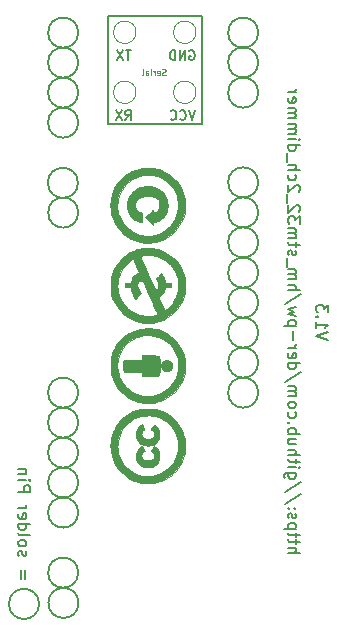
<source format=gbo>
G04 #@! TF.GenerationSoftware,KiCad,Pcbnew,(5.1.2)-2*
G04 #@! TF.CreationDate,2019-11-08T23:49:16+01:00*
G04 #@! TF.ProjectId,STM32_2CH_Dimmer,53544d33-325f-4324-9348-5f44696d6d65,rev?*
G04 #@! TF.SameCoordinates,Original*
G04 #@! TF.FileFunction,Legend,Bot*
G04 #@! TF.FilePolarity,Positive*
%FSLAX46Y46*%
G04 Gerber Fmt 4.6, Leading zero omitted, Abs format (unit mm)*
G04 Created by KiCad (PCBNEW (5.1.2)-2) date 2019-11-08 23:49:16*
%MOMM*%
%LPD*%
G04 APERTURE LIST*
%ADD10C,0.150000*%
%ADD11C,0.125000*%
%ADD12C,0.120000*%
%ADD13C,0.010000*%
G04 APERTURE END LIST*
D10*
X161900000Y-79400000D02*
X161900000Y-70200000D01*
X169900000Y-79400000D02*
X161900000Y-79400000D01*
X169900000Y-70200000D02*
X169900000Y-79400000D01*
X161900000Y-70200000D02*
X169900000Y-70200000D01*
D11*
X166788095Y-75202380D02*
X166716666Y-75226190D01*
X166597619Y-75226190D01*
X166550000Y-75202380D01*
X166526190Y-75178571D01*
X166502380Y-75130952D01*
X166502380Y-75083333D01*
X166526190Y-75035714D01*
X166550000Y-75011904D01*
X166597619Y-74988095D01*
X166692857Y-74964285D01*
X166740476Y-74940476D01*
X166764285Y-74916666D01*
X166788095Y-74869047D01*
X166788095Y-74821428D01*
X166764285Y-74773809D01*
X166740476Y-74750000D01*
X166692857Y-74726190D01*
X166573809Y-74726190D01*
X166502380Y-74750000D01*
X166097619Y-75202380D02*
X166145238Y-75226190D01*
X166240476Y-75226190D01*
X166288095Y-75202380D01*
X166311904Y-75154761D01*
X166311904Y-74964285D01*
X166288095Y-74916666D01*
X166240476Y-74892857D01*
X166145238Y-74892857D01*
X166097619Y-74916666D01*
X166073809Y-74964285D01*
X166073809Y-75011904D01*
X166311904Y-75059523D01*
X165859523Y-75226190D02*
X165859523Y-74892857D01*
X165859523Y-74988095D02*
X165835714Y-74940476D01*
X165811904Y-74916666D01*
X165764285Y-74892857D01*
X165716666Y-74892857D01*
X165550000Y-75226190D02*
X165550000Y-74892857D01*
X165550000Y-74726190D02*
X165573809Y-74750000D01*
X165550000Y-74773809D01*
X165526190Y-74750000D01*
X165550000Y-74726190D01*
X165550000Y-74773809D01*
X165097619Y-75226190D02*
X165097619Y-74964285D01*
X165121428Y-74916666D01*
X165169047Y-74892857D01*
X165264285Y-74892857D01*
X165311904Y-74916666D01*
X165097619Y-75202380D02*
X165145238Y-75226190D01*
X165264285Y-75226190D01*
X165311904Y-75202380D01*
X165335714Y-75154761D01*
X165335714Y-75107142D01*
X165311904Y-75059523D01*
X165264285Y-75035714D01*
X165145238Y-75035714D01*
X165097619Y-75011904D01*
X164788095Y-75226190D02*
X164835714Y-75202380D01*
X164859523Y-75154761D01*
X164859523Y-74726190D01*
D10*
X159393201Y-86864200D02*
G75*
G03X159393201Y-86864200I-1274755J0D01*
G01*
X159367801Y-84349600D02*
G75*
G03X159367801Y-84349600I-1274755J0D01*
G01*
X168809523Y-73180000D02*
X168885714Y-73141904D01*
X169000000Y-73141904D01*
X169114285Y-73180000D01*
X169190476Y-73256190D01*
X169228571Y-73332380D01*
X169266666Y-73484761D01*
X169266666Y-73599047D01*
X169228571Y-73751428D01*
X169190476Y-73827619D01*
X169114285Y-73903809D01*
X169000000Y-73941904D01*
X168923809Y-73941904D01*
X168809523Y-73903809D01*
X168771428Y-73865714D01*
X168771428Y-73599047D01*
X168923809Y-73599047D01*
X168428571Y-73941904D02*
X168428571Y-73141904D01*
X167971428Y-73941904D01*
X167971428Y-73141904D01*
X167590476Y-73941904D02*
X167590476Y-73141904D01*
X167400000Y-73141904D01*
X167285714Y-73180000D01*
X167209523Y-73256190D01*
X167171428Y-73332380D01*
X167133333Y-73484761D01*
X167133333Y-73599047D01*
X167171428Y-73751428D01*
X167209523Y-73827619D01*
X167285714Y-73903809D01*
X167400000Y-73941904D01*
X167590476Y-73941904D01*
X169266666Y-78221904D02*
X169000000Y-79021904D01*
X168733333Y-78221904D01*
X168009523Y-78945714D02*
X168047619Y-78983809D01*
X168161904Y-79021904D01*
X168238095Y-79021904D01*
X168352380Y-78983809D01*
X168428571Y-78907619D01*
X168466666Y-78831428D01*
X168504761Y-78679047D01*
X168504761Y-78564761D01*
X168466666Y-78412380D01*
X168428571Y-78336190D01*
X168352380Y-78260000D01*
X168238095Y-78221904D01*
X168161904Y-78221904D01*
X168047619Y-78260000D01*
X168009523Y-78298095D01*
X167209523Y-78945714D02*
X167247619Y-78983809D01*
X167361904Y-79021904D01*
X167438095Y-79021904D01*
X167552380Y-78983809D01*
X167628571Y-78907619D01*
X167666666Y-78831428D01*
X167704761Y-78679047D01*
X167704761Y-78564761D01*
X167666666Y-78412380D01*
X167628571Y-78336190D01*
X167552380Y-78260000D01*
X167438095Y-78221904D01*
X167361904Y-78221904D01*
X167247619Y-78260000D01*
X167209523Y-78298095D01*
X163387333Y-79021904D02*
X163654000Y-78640952D01*
X163844476Y-79021904D02*
X163844476Y-78221904D01*
X163539714Y-78221904D01*
X163463523Y-78260000D01*
X163425428Y-78298095D01*
X163387333Y-78374285D01*
X163387333Y-78488571D01*
X163425428Y-78564761D01*
X163463523Y-78602857D01*
X163539714Y-78640952D01*
X163844476Y-78640952D01*
X163120666Y-78221904D02*
X162587333Y-79021904D01*
X162587333Y-78221904D02*
X163120666Y-79021904D01*
X163863523Y-73141904D02*
X163406380Y-73141904D01*
X163634952Y-73941904D02*
X163634952Y-73141904D01*
X163215904Y-73141904D02*
X162682571Y-73941904D01*
X162682571Y-73141904D02*
X163215904Y-73941904D01*
X154845428Y-117892857D02*
X154845428Y-117130952D01*
X154559714Y-117130952D02*
X154559714Y-117892857D01*
X154369238Y-115940476D02*
X154321619Y-115845238D01*
X154321619Y-115654761D01*
X154369238Y-115559523D01*
X154464476Y-115511904D01*
X154512095Y-115511904D01*
X154607333Y-115559523D01*
X154654952Y-115654761D01*
X154654952Y-115797619D01*
X154702571Y-115892857D01*
X154797809Y-115940476D01*
X154845428Y-115940476D01*
X154940666Y-115892857D01*
X154988285Y-115797619D01*
X154988285Y-115654761D01*
X154940666Y-115559523D01*
X154321619Y-114940476D02*
X154369238Y-115035714D01*
X154416857Y-115083333D01*
X154512095Y-115130952D01*
X154797809Y-115130952D01*
X154893047Y-115083333D01*
X154940666Y-115035714D01*
X154988285Y-114940476D01*
X154988285Y-114797619D01*
X154940666Y-114702380D01*
X154893047Y-114654761D01*
X154797809Y-114607142D01*
X154512095Y-114607142D01*
X154416857Y-114654761D01*
X154369238Y-114702380D01*
X154321619Y-114797619D01*
X154321619Y-114940476D01*
X154321619Y-114035714D02*
X154369238Y-114130952D01*
X154464476Y-114178571D01*
X155321619Y-114178571D01*
X154321619Y-113226190D02*
X155321619Y-113226190D01*
X154369238Y-113226190D02*
X154321619Y-113321428D01*
X154321619Y-113511904D01*
X154369238Y-113607142D01*
X154416857Y-113654761D01*
X154512095Y-113702380D01*
X154797809Y-113702380D01*
X154893047Y-113654761D01*
X154940666Y-113607142D01*
X154988285Y-113511904D01*
X154988285Y-113321428D01*
X154940666Y-113226190D01*
X154369238Y-112369047D02*
X154321619Y-112464285D01*
X154321619Y-112654761D01*
X154369238Y-112750000D01*
X154464476Y-112797619D01*
X154845428Y-112797619D01*
X154940666Y-112750000D01*
X154988285Y-112654761D01*
X154988285Y-112464285D01*
X154940666Y-112369047D01*
X154845428Y-112321428D01*
X154750190Y-112321428D01*
X154654952Y-112797619D01*
X154321619Y-111892857D02*
X154988285Y-111892857D01*
X154797809Y-111892857D02*
X154893047Y-111845238D01*
X154940666Y-111797619D01*
X154988285Y-111702380D01*
X154988285Y-111607142D01*
X154321619Y-110511904D02*
X155321619Y-110511904D01*
X155321619Y-110130952D01*
X155274000Y-110035714D01*
X155226380Y-109988095D01*
X155131142Y-109940476D01*
X154988285Y-109940476D01*
X154893047Y-109988095D01*
X154845428Y-110035714D01*
X154797809Y-110130952D01*
X154797809Y-110511904D01*
X154321619Y-109511904D02*
X154988285Y-109511904D01*
X155321619Y-109511904D02*
X155274000Y-109559523D01*
X155226380Y-109511904D01*
X155274000Y-109464285D01*
X155321619Y-109511904D01*
X155226380Y-109511904D01*
X154988285Y-109035714D02*
X154321619Y-109035714D01*
X154893047Y-109035714D02*
X154940666Y-108988095D01*
X154988285Y-108892857D01*
X154988285Y-108750000D01*
X154940666Y-108654761D01*
X154845428Y-108607142D01*
X154321619Y-108607142D01*
X156073509Y-120000000D02*
G75*
G03X156073509Y-120000000I-1274755J0D01*
G01*
X180563619Y-97623809D02*
X179563619Y-97290476D01*
X180563619Y-96957142D01*
X179563619Y-96100000D02*
X179563619Y-96671428D01*
X179563619Y-96385714D02*
X180563619Y-96385714D01*
X180420761Y-96480952D01*
X180325523Y-96576190D01*
X180277904Y-96671428D01*
X179658857Y-95671428D02*
X179611238Y-95623809D01*
X179563619Y-95671428D01*
X179611238Y-95719047D01*
X179658857Y-95671428D01*
X179563619Y-95671428D01*
X180563619Y-95290476D02*
X180563619Y-94671428D01*
X180182666Y-95004761D01*
X180182666Y-94861904D01*
X180135047Y-94766666D01*
X180087428Y-94719047D01*
X179992190Y-94671428D01*
X179754095Y-94671428D01*
X179658857Y-94719047D01*
X179611238Y-94766666D01*
X179563619Y-94861904D01*
X179563619Y-95147619D01*
X179611238Y-95242857D01*
X179658857Y-95290476D01*
X177163619Y-115671428D02*
X178163619Y-115671428D01*
X177163619Y-115242857D02*
X177687428Y-115242857D01*
X177782666Y-115290476D01*
X177830285Y-115385714D01*
X177830285Y-115528571D01*
X177782666Y-115623809D01*
X177735047Y-115671428D01*
X177830285Y-114909523D02*
X177830285Y-114528571D01*
X178163619Y-114766666D02*
X177306476Y-114766666D01*
X177211238Y-114719047D01*
X177163619Y-114623809D01*
X177163619Y-114528571D01*
X177830285Y-114338095D02*
X177830285Y-113957142D01*
X178163619Y-114195238D02*
X177306476Y-114195238D01*
X177211238Y-114147619D01*
X177163619Y-114052380D01*
X177163619Y-113957142D01*
X177830285Y-113623809D02*
X176830285Y-113623809D01*
X177782666Y-113623809D02*
X177830285Y-113528571D01*
X177830285Y-113338095D01*
X177782666Y-113242857D01*
X177735047Y-113195238D01*
X177639809Y-113147619D01*
X177354095Y-113147619D01*
X177258857Y-113195238D01*
X177211238Y-113242857D01*
X177163619Y-113338095D01*
X177163619Y-113528571D01*
X177211238Y-113623809D01*
X177211238Y-112766666D02*
X177163619Y-112671428D01*
X177163619Y-112480952D01*
X177211238Y-112385714D01*
X177306476Y-112338095D01*
X177354095Y-112338095D01*
X177449333Y-112385714D01*
X177496952Y-112480952D01*
X177496952Y-112623809D01*
X177544571Y-112719047D01*
X177639809Y-112766666D01*
X177687428Y-112766666D01*
X177782666Y-112719047D01*
X177830285Y-112623809D01*
X177830285Y-112480952D01*
X177782666Y-112385714D01*
X177258857Y-111909523D02*
X177211238Y-111861904D01*
X177163619Y-111909523D01*
X177211238Y-111957142D01*
X177258857Y-111909523D01*
X177163619Y-111909523D01*
X177782666Y-111909523D02*
X177735047Y-111861904D01*
X177687428Y-111909523D01*
X177735047Y-111957142D01*
X177782666Y-111909523D01*
X177687428Y-111909523D01*
X178211238Y-110719047D02*
X176925523Y-111576190D01*
X178211238Y-109671428D02*
X176925523Y-110528571D01*
X177830285Y-108909523D02*
X177020761Y-108909523D01*
X176925523Y-108957142D01*
X176877904Y-109004761D01*
X176830285Y-109100000D01*
X176830285Y-109242857D01*
X176877904Y-109338095D01*
X177211238Y-108909523D02*
X177163619Y-109004761D01*
X177163619Y-109195238D01*
X177211238Y-109290476D01*
X177258857Y-109338095D01*
X177354095Y-109385714D01*
X177639809Y-109385714D01*
X177735047Y-109338095D01*
X177782666Y-109290476D01*
X177830285Y-109195238D01*
X177830285Y-109004761D01*
X177782666Y-108909523D01*
X177163619Y-108433333D02*
X177830285Y-108433333D01*
X178163619Y-108433333D02*
X178116000Y-108480952D01*
X178068380Y-108433333D01*
X178116000Y-108385714D01*
X178163619Y-108433333D01*
X178068380Y-108433333D01*
X177830285Y-108100000D02*
X177830285Y-107719047D01*
X178163619Y-107957142D02*
X177306476Y-107957142D01*
X177211238Y-107909523D01*
X177163619Y-107814285D01*
X177163619Y-107719047D01*
X177163619Y-107385714D02*
X178163619Y-107385714D01*
X177163619Y-106957142D02*
X177687428Y-106957142D01*
X177782666Y-107004761D01*
X177830285Y-107100000D01*
X177830285Y-107242857D01*
X177782666Y-107338095D01*
X177735047Y-107385714D01*
X177830285Y-106052380D02*
X177163619Y-106052380D01*
X177830285Y-106480952D02*
X177306476Y-106480952D01*
X177211238Y-106433333D01*
X177163619Y-106338095D01*
X177163619Y-106195238D01*
X177211238Y-106100000D01*
X177258857Y-106052380D01*
X177163619Y-105576190D02*
X178163619Y-105576190D01*
X177782666Y-105576190D02*
X177830285Y-105480952D01*
X177830285Y-105290476D01*
X177782666Y-105195238D01*
X177735047Y-105147619D01*
X177639809Y-105100000D01*
X177354095Y-105100000D01*
X177258857Y-105147619D01*
X177211238Y-105195238D01*
X177163619Y-105290476D01*
X177163619Y-105480952D01*
X177211238Y-105576190D01*
X177258857Y-104671428D02*
X177211238Y-104623809D01*
X177163619Y-104671428D01*
X177211238Y-104719047D01*
X177258857Y-104671428D01*
X177163619Y-104671428D01*
X177211238Y-103766666D02*
X177163619Y-103861904D01*
X177163619Y-104052380D01*
X177211238Y-104147619D01*
X177258857Y-104195238D01*
X177354095Y-104242857D01*
X177639809Y-104242857D01*
X177735047Y-104195238D01*
X177782666Y-104147619D01*
X177830285Y-104052380D01*
X177830285Y-103861904D01*
X177782666Y-103766666D01*
X177163619Y-103195238D02*
X177211238Y-103290476D01*
X177258857Y-103338095D01*
X177354095Y-103385714D01*
X177639809Y-103385714D01*
X177735047Y-103338095D01*
X177782666Y-103290476D01*
X177830285Y-103195238D01*
X177830285Y-103052380D01*
X177782666Y-102957142D01*
X177735047Y-102909523D01*
X177639809Y-102861904D01*
X177354095Y-102861904D01*
X177258857Y-102909523D01*
X177211238Y-102957142D01*
X177163619Y-103052380D01*
X177163619Y-103195238D01*
X177163619Y-102433333D02*
X177830285Y-102433333D01*
X177735047Y-102433333D02*
X177782666Y-102385714D01*
X177830285Y-102290476D01*
X177830285Y-102147619D01*
X177782666Y-102052380D01*
X177687428Y-102004761D01*
X177163619Y-102004761D01*
X177687428Y-102004761D02*
X177782666Y-101957142D01*
X177830285Y-101861904D01*
X177830285Y-101719047D01*
X177782666Y-101623809D01*
X177687428Y-101576190D01*
X177163619Y-101576190D01*
X178211238Y-100385714D02*
X176925523Y-101242857D01*
X177163619Y-99623809D02*
X178163619Y-99623809D01*
X177211238Y-99623809D02*
X177163619Y-99719047D01*
X177163619Y-99909523D01*
X177211238Y-100004761D01*
X177258857Y-100052380D01*
X177354095Y-100100000D01*
X177639809Y-100100000D01*
X177735047Y-100052380D01*
X177782666Y-100004761D01*
X177830285Y-99909523D01*
X177830285Y-99719047D01*
X177782666Y-99623809D01*
X177211238Y-98766666D02*
X177163619Y-98861904D01*
X177163619Y-99052380D01*
X177211238Y-99147619D01*
X177306476Y-99195238D01*
X177687428Y-99195238D01*
X177782666Y-99147619D01*
X177830285Y-99052380D01*
X177830285Y-98861904D01*
X177782666Y-98766666D01*
X177687428Y-98719047D01*
X177592190Y-98719047D01*
X177496952Y-99195238D01*
X177163619Y-98290476D02*
X177830285Y-98290476D01*
X177639809Y-98290476D02*
X177735047Y-98242857D01*
X177782666Y-98195238D01*
X177830285Y-98100000D01*
X177830285Y-98004761D01*
X177544571Y-97671428D02*
X177544571Y-96909523D01*
X177830285Y-96433333D02*
X176830285Y-96433333D01*
X177782666Y-96433333D02*
X177830285Y-96338095D01*
X177830285Y-96147619D01*
X177782666Y-96052380D01*
X177735047Y-96004761D01*
X177639809Y-95957142D01*
X177354095Y-95957142D01*
X177258857Y-96004761D01*
X177211238Y-96052380D01*
X177163619Y-96147619D01*
X177163619Y-96338095D01*
X177211238Y-96433333D01*
X177830285Y-95623809D02*
X177163619Y-95433333D01*
X177639809Y-95242857D01*
X177163619Y-95052380D01*
X177830285Y-94861904D01*
X178211238Y-93766666D02*
X176925523Y-94623809D01*
X177163619Y-93433333D02*
X178163619Y-93433333D01*
X177163619Y-93004761D02*
X177687428Y-93004761D01*
X177782666Y-93052380D01*
X177830285Y-93147619D01*
X177830285Y-93290476D01*
X177782666Y-93385714D01*
X177735047Y-93433333D01*
X177163619Y-92528571D02*
X177830285Y-92528571D01*
X177735047Y-92528571D02*
X177782666Y-92480952D01*
X177830285Y-92385714D01*
X177830285Y-92242857D01*
X177782666Y-92147619D01*
X177687428Y-92100000D01*
X177163619Y-92100000D01*
X177687428Y-92100000D02*
X177782666Y-92052380D01*
X177830285Y-91957142D01*
X177830285Y-91814285D01*
X177782666Y-91719047D01*
X177687428Y-91671428D01*
X177163619Y-91671428D01*
X177068380Y-91433333D02*
X177068380Y-90671428D01*
X177211238Y-90480952D02*
X177163619Y-90385714D01*
X177163619Y-90195238D01*
X177211238Y-90100000D01*
X177306476Y-90052380D01*
X177354095Y-90052380D01*
X177449333Y-90100000D01*
X177496952Y-90195238D01*
X177496952Y-90338095D01*
X177544571Y-90433333D01*
X177639809Y-90480952D01*
X177687428Y-90480952D01*
X177782666Y-90433333D01*
X177830285Y-90338095D01*
X177830285Y-90195238D01*
X177782666Y-90100000D01*
X177830285Y-89766666D02*
X177830285Y-89385714D01*
X178163619Y-89623809D02*
X177306476Y-89623809D01*
X177211238Y-89576190D01*
X177163619Y-89480952D01*
X177163619Y-89385714D01*
X177163619Y-89052380D02*
X177830285Y-89052380D01*
X177735047Y-89052380D02*
X177782666Y-89004761D01*
X177830285Y-88909523D01*
X177830285Y-88766666D01*
X177782666Y-88671428D01*
X177687428Y-88623809D01*
X177163619Y-88623809D01*
X177687428Y-88623809D02*
X177782666Y-88576190D01*
X177830285Y-88480952D01*
X177830285Y-88338095D01*
X177782666Y-88242857D01*
X177687428Y-88195238D01*
X177163619Y-88195238D01*
X178163619Y-87814285D02*
X178163619Y-87195238D01*
X177782666Y-87528571D01*
X177782666Y-87385714D01*
X177735047Y-87290476D01*
X177687428Y-87242857D01*
X177592190Y-87195238D01*
X177354095Y-87195238D01*
X177258857Y-87242857D01*
X177211238Y-87290476D01*
X177163619Y-87385714D01*
X177163619Y-87671428D01*
X177211238Y-87766666D01*
X177258857Y-87814285D01*
X178068380Y-86814285D02*
X178116000Y-86766666D01*
X178163619Y-86671428D01*
X178163619Y-86433333D01*
X178116000Y-86338095D01*
X178068380Y-86290476D01*
X177973142Y-86242857D01*
X177877904Y-86242857D01*
X177735047Y-86290476D01*
X177163619Y-86861904D01*
X177163619Y-86242857D01*
X177068380Y-86052380D02*
X177068380Y-85290476D01*
X178068380Y-85100000D02*
X178116000Y-85052380D01*
X178163619Y-84957142D01*
X178163619Y-84719047D01*
X178116000Y-84623809D01*
X178068380Y-84576190D01*
X177973142Y-84528571D01*
X177877904Y-84528571D01*
X177735047Y-84576190D01*
X177163619Y-85147619D01*
X177163619Y-84528571D01*
X177211238Y-83671428D02*
X177163619Y-83766666D01*
X177163619Y-83957142D01*
X177211238Y-84052380D01*
X177258857Y-84100000D01*
X177354095Y-84147619D01*
X177639809Y-84147619D01*
X177735047Y-84100000D01*
X177782666Y-84052380D01*
X177830285Y-83957142D01*
X177830285Y-83766666D01*
X177782666Y-83671428D01*
X177163619Y-83242857D02*
X178163619Y-83242857D01*
X177163619Y-82814285D02*
X177687428Y-82814285D01*
X177782666Y-82861904D01*
X177830285Y-82957142D01*
X177830285Y-83100000D01*
X177782666Y-83195238D01*
X177735047Y-83242857D01*
X177068380Y-82576190D02*
X177068380Y-81814285D01*
X177163619Y-81147619D02*
X178163619Y-81147619D01*
X177211238Y-81147619D02*
X177163619Y-81242857D01*
X177163619Y-81433333D01*
X177211238Y-81528571D01*
X177258857Y-81576190D01*
X177354095Y-81623809D01*
X177639809Y-81623809D01*
X177735047Y-81576190D01*
X177782666Y-81528571D01*
X177830285Y-81433333D01*
X177830285Y-81242857D01*
X177782666Y-81147619D01*
X177163619Y-80671428D02*
X177830285Y-80671428D01*
X178163619Y-80671428D02*
X178116000Y-80719047D01*
X178068380Y-80671428D01*
X178116000Y-80623809D01*
X178163619Y-80671428D01*
X178068380Y-80671428D01*
X177163619Y-80195238D02*
X177830285Y-80195238D01*
X177735047Y-80195238D02*
X177782666Y-80147619D01*
X177830285Y-80052380D01*
X177830285Y-79909523D01*
X177782666Y-79814285D01*
X177687428Y-79766666D01*
X177163619Y-79766666D01*
X177687428Y-79766666D02*
X177782666Y-79719047D01*
X177830285Y-79623809D01*
X177830285Y-79480952D01*
X177782666Y-79385714D01*
X177687428Y-79338095D01*
X177163619Y-79338095D01*
X177163619Y-78861904D02*
X177830285Y-78861904D01*
X177735047Y-78861904D02*
X177782666Y-78814285D01*
X177830285Y-78719047D01*
X177830285Y-78576190D01*
X177782666Y-78480952D01*
X177687428Y-78433333D01*
X177163619Y-78433333D01*
X177687428Y-78433333D02*
X177782666Y-78385714D01*
X177830285Y-78290476D01*
X177830285Y-78147619D01*
X177782666Y-78052380D01*
X177687428Y-78004761D01*
X177163619Y-78004761D01*
X177211238Y-77147619D02*
X177163619Y-77242857D01*
X177163619Y-77433333D01*
X177211238Y-77528571D01*
X177306476Y-77576190D01*
X177687428Y-77576190D01*
X177782666Y-77528571D01*
X177830285Y-77433333D01*
X177830285Y-77242857D01*
X177782666Y-77147619D01*
X177687428Y-77100000D01*
X177592190Y-77100000D01*
X177496952Y-77576190D01*
X177163619Y-76671428D02*
X177830285Y-76671428D01*
X177639809Y-76671428D02*
X177735047Y-76623809D01*
X177782666Y-76576190D01*
X177830285Y-76480952D01*
X177830285Y-76385714D01*
X159389755Y-117352754D02*
G75*
G03X159389755Y-117352754I-1274755J0D01*
G01*
X174629755Y-71632754D02*
G75*
G03X174629755Y-71632754I-1274755J0D01*
G01*
X174629755Y-74147354D02*
G75*
G03X174629755Y-74147354I-1274755J0D01*
G01*
X174629755Y-76712754D02*
G75*
G03X174629755Y-76712754I-1274755J0D01*
G01*
X174629755Y-84307354D02*
G75*
G03X174629755Y-84307354I-1274755J0D01*
G01*
X174629755Y-86847354D02*
G75*
G03X174629755Y-86847354I-1274755J0D01*
G01*
X174629755Y-89387354D02*
G75*
G03X174629755Y-89387354I-1274755J0D01*
G01*
X174629755Y-91952754D02*
G75*
G03X174629755Y-91952754I-1274755J0D01*
G01*
X174629755Y-94488000D02*
G75*
G03X174629755Y-94488000I-1274755J0D01*
G01*
X174629755Y-97028000D02*
G75*
G03X174629755Y-97028000I-1274755J0D01*
G01*
X174629755Y-99568000D02*
G75*
G03X174629755Y-99568000I-1274755J0D01*
G01*
X174629755Y-102108000D02*
G75*
G03X174629755Y-102108000I-1274755J0D01*
G01*
X159415155Y-119913400D02*
G75*
G03X159415155Y-119913400I-1274755J0D01*
G01*
X159389755Y-112263246D02*
G75*
G03X159389755Y-112263246I-1274755J0D01*
G01*
X159389755Y-109723246D02*
G75*
G03X159389755Y-109723246I-1274755J0D01*
G01*
X159385001Y-107188000D02*
G75*
G03X159385001Y-107188000I-1274755J0D01*
G01*
X159385001Y-104648000D02*
G75*
G03X159385001Y-104648000I-1274755J0D01*
G01*
X159385001Y-102112754D02*
G75*
G03X159385001Y-102112754I-1274755J0D01*
G01*
X159385001Y-79248000D02*
G75*
G03X159385001Y-79248000I-1274755J0D01*
G01*
X159385001Y-76708000D02*
G75*
G03X159385001Y-76708000I-1274755J0D01*
G01*
X159385001Y-74168000D02*
G75*
G03X159385001Y-74168000I-1274755J0D01*
G01*
X159389755Y-71632754D02*
G75*
G03X159389755Y-71632754I-1274755J0D01*
G01*
D12*
X169360200Y-76678800D02*
G75*
G03X169360200Y-76678800I-950000J0D01*
G01*
X164280200Y-71598800D02*
G75*
G03X164280200Y-71598800I-950000J0D01*
G01*
X164280200Y-76678800D02*
G75*
G03X164280200Y-76678800I-950000J0D01*
G01*
X169360200Y-71598800D02*
G75*
G03X169360200Y-71598800I-950000J0D01*
G01*
D13*
G36*
X168433072Y-106633388D02*
G01*
X168431976Y-106551055D01*
X168429804Y-106412751D01*
X168427384Y-106302581D01*
X168424247Y-106214816D01*
X168419918Y-106143723D01*
X168413928Y-106083572D01*
X168405804Y-106028631D01*
X168395073Y-105973171D01*
X168381266Y-105911458D01*
X168378266Y-105898598D01*
X168288574Y-105582085D01*
X168171833Y-105285004D01*
X168026938Y-105005410D01*
X167852784Y-104741360D01*
X167648266Y-104490911D01*
X167476530Y-104313003D01*
X167248664Y-104110796D01*
X167011197Y-103937689D01*
X166760454Y-103791761D01*
X166492761Y-103671092D01*
X166204440Y-103573763D01*
X165932130Y-103506189D01*
X165862391Y-103491888D01*
X165801313Y-103480921D01*
X165742668Y-103472836D01*
X165680224Y-103467180D01*
X165607754Y-103463499D01*
X165519026Y-103461342D01*
X165407812Y-103460255D01*
X165294467Y-103459843D01*
X165129584Y-103460391D01*
X164991236Y-103463469D01*
X164872132Y-103469979D01*
X164764980Y-103480822D01*
X164662488Y-103496899D01*
X164557363Y-103519111D01*
X164442315Y-103548359D01*
X164334540Y-103578488D01*
X164048567Y-103678031D01*
X163773668Y-103808779D01*
X163511611Y-103969374D01*
X163264167Y-104158460D01*
X163033103Y-104374677D01*
X162820188Y-104616668D01*
X162627193Y-104883075D01*
X162619420Y-104894978D01*
X162464215Y-105164052D01*
X162335187Y-105452709D01*
X162233574Y-105757617D01*
X162160613Y-106075445D01*
X162144380Y-106173582D01*
X162133280Y-106274799D01*
X162125875Y-106400338D01*
X162122149Y-106540860D01*
X162122084Y-106687026D01*
X162125663Y-106829495D01*
X162132868Y-106958929D01*
X162143683Y-107065987D01*
X162146078Y-107082600D01*
X162212147Y-107405428D01*
X162309112Y-107715037D01*
X162436244Y-108010321D01*
X162592815Y-108290174D01*
X162778094Y-108553493D01*
X162991353Y-108799170D01*
X163231862Y-109026102D01*
X163498893Y-109233183D01*
X163618067Y-109313512D01*
X163882209Y-109465697D01*
X164157412Y-109587551D01*
X164445135Y-109679451D01*
X164746833Y-109741775D01*
X165063963Y-109774900D01*
X165337268Y-109778422D01*
X165337268Y-109191375D01*
X165059591Y-109181577D01*
X164783912Y-109140544D01*
X164512446Y-109068394D01*
X164247411Y-108965240D01*
X163991020Y-108831199D01*
X163745491Y-108666386D01*
X163674582Y-108611201D01*
X163469782Y-108425892D01*
X163283266Y-108215698D01*
X163118198Y-107985501D01*
X162977741Y-107740182D01*
X162865059Y-107484622D01*
X162788509Y-107244142D01*
X162749603Y-107055623D01*
X162724492Y-106849874D01*
X162713764Y-106638609D01*
X162718011Y-106433543D01*
X162737822Y-106246391D01*
X162738141Y-106244400D01*
X162802751Y-105946870D01*
X162898512Y-105662108D01*
X163024754Y-105391283D01*
X163180810Y-105135564D01*
X163366010Y-104896119D01*
X163579688Y-104674116D01*
X163694267Y-104572324D01*
X163821516Y-104476023D01*
X163971597Y-104380706D01*
X164133844Y-104292348D01*
X164297591Y-104216923D01*
X164397001Y-104178638D01*
X164514607Y-104139131D01*
X164619663Y-104108780D01*
X164720355Y-104086233D01*
X164824870Y-104070134D01*
X164941394Y-104059131D01*
X165078113Y-104051870D01*
X165184400Y-104048443D01*
X165310170Y-104045553D01*
X165409801Y-104044681D01*
X165490979Y-104046191D01*
X165561393Y-104050447D01*
X165628730Y-104057810D01*
X165700676Y-104068644D01*
X165734734Y-104074423D01*
X165967304Y-104124835D01*
X166182355Y-104193771D01*
X166393188Y-104285708D01*
X166454401Y-104316769D01*
X166642426Y-104422754D01*
X166807695Y-104533893D01*
X166961205Y-104658112D01*
X167073311Y-104762733D01*
X167269550Y-104974341D01*
X167435093Y-105194346D01*
X167572867Y-105427091D01*
X167680445Y-105663318D01*
X167767348Y-105926029D01*
X167825015Y-106199249D01*
X167853574Y-106478540D01*
X167853148Y-106759466D01*
X167823865Y-107037588D01*
X167765850Y-107308469D01*
X167679229Y-107567672D01*
X167622817Y-107696590D01*
X167482382Y-107954310D01*
X167316529Y-108190587D01*
X167124292Y-108406514D01*
X166904707Y-108603186D01*
X166678074Y-108767816D01*
X166423642Y-108915920D01*
X166160130Y-109032212D01*
X165889754Y-109116809D01*
X165614727Y-109169824D01*
X165337268Y-109191375D01*
X165337268Y-109778422D01*
X165397981Y-109779205D01*
X165412700Y-109778751D01*
X165735179Y-109752865D01*
X166044649Y-109696314D01*
X166342637Y-109608548D01*
X166630670Y-109489018D01*
X166910275Y-109337177D01*
X167182979Y-109152475D01*
X167207934Y-109133691D01*
X167450051Y-108930095D01*
X167670007Y-108704735D01*
X167866019Y-108460482D01*
X168036305Y-108200206D01*
X168179080Y-107926777D01*
X168292563Y-107643067D01*
X168374968Y-107351946D01*
X168403063Y-107209818D01*
X168414054Y-107141382D01*
X168422373Y-107078276D01*
X168428282Y-107014520D01*
X168432044Y-106944134D01*
X168433922Y-106861137D01*
X168434177Y-106759548D01*
X168433072Y-106633388D01*
X168433072Y-106633388D01*
G37*
X168433072Y-106633388D02*
X168431976Y-106551055D01*
X168429804Y-106412751D01*
X168427384Y-106302581D01*
X168424247Y-106214816D01*
X168419918Y-106143723D01*
X168413928Y-106083572D01*
X168405804Y-106028631D01*
X168395073Y-105973171D01*
X168381266Y-105911458D01*
X168378266Y-105898598D01*
X168288574Y-105582085D01*
X168171833Y-105285004D01*
X168026938Y-105005410D01*
X167852784Y-104741360D01*
X167648266Y-104490911D01*
X167476530Y-104313003D01*
X167248664Y-104110796D01*
X167011197Y-103937689D01*
X166760454Y-103791761D01*
X166492761Y-103671092D01*
X166204440Y-103573763D01*
X165932130Y-103506189D01*
X165862391Y-103491888D01*
X165801313Y-103480921D01*
X165742668Y-103472836D01*
X165680224Y-103467180D01*
X165607754Y-103463499D01*
X165519026Y-103461342D01*
X165407812Y-103460255D01*
X165294467Y-103459843D01*
X165129584Y-103460391D01*
X164991236Y-103463469D01*
X164872132Y-103469979D01*
X164764980Y-103480822D01*
X164662488Y-103496899D01*
X164557363Y-103519111D01*
X164442315Y-103548359D01*
X164334540Y-103578488D01*
X164048567Y-103678031D01*
X163773668Y-103808779D01*
X163511611Y-103969374D01*
X163264167Y-104158460D01*
X163033103Y-104374677D01*
X162820188Y-104616668D01*
X162627193Y-104883075D01*
X162619420Y-104894978D01*
X162464215Y-105164052D01*
X162335187Y-105452709D01*
X162233574Y-105757617D01*
X162160613Y-106075445D01*
X162144380Y-106173582D01*
X162133280Y-106274799D01*
X162125875Y-106400338D01*
X162122149Y-106540860D01*
X162122084Y-106687026D01*
X162125663Y-106829495D01*
X162132868Y-106958929D01*
X162143683Y-107065987D01*
X162146078Y-107082600D01*
X162212147Y-107405428D01*
X162309112Y-107715037D01*
X162436244Y-108010321D01*
X162592815Y-108290174D01*
X162778094Y-108553493D01*
X162991353Y-108799170D01*
X163231862Y-109026102D01*
X163498893Y-109233183D01*
X163618067Y-109313512D01*
X163882209Y-109465697D01*
X164157412Y-109587551D01*
X164445135Y-109679451D01*
X164746833Y-109741775D01*
X165063963Y-109774900D01*
X165337268Y-109778422D01*
X165337268Y-109191375D01*
X165059591Y-109181577D01*
X164783912Y-109140544D01*
X164512446Y-109068394D01*
X164247411Y-108965240D01*
X163991020Y-108831199D01*
X163745491Y-108666386D01*
X163674582Y-108611201D01*
X163469782Y-108425892D01*
X163283266Y-108215698D01*
X163118198Y-107985501D01*
X162977741Y-107740182D01*
X162865059Y-107484622D01*
X162788509Y-107244142D01*
X162749603Y-107055623D01*
X162724492Y-106849874D01*
X162713764Y-106638609D01*
X162718011Y-106433543D01*
X162737822Y-106246391D01*
X162738141Y-106244400D01*
X162802751Y-105946870D01*
X162898512Y-105662108D01*
X163024754Y-105391283D01*
X163180810Y-105135564D01*
X163366010Y-104896119D01*
X163579688Y-104674116D01*
X163694267Y-104572324D01*
X163821516Y-104476023D01*
X163971597Y-104380706D01*
X164133844Y-104292348D01*
X164297591Y-104216923D01*
X164397001Y-104178638D01*
X164514607Y-104139131D01*
X164619663Y-104108780D01*
X164720355Y-104086233D01*
X164824870Y-104070134D01*
X164941394Y-104059131D01*
X165078113Y-104051870D01*
X165184400Y-104048443D01*
X165310170Y-104045553D01*
X165409801Y-104044681D01*
X165490979Y-104046191D01*
X165561393Y-104050447D01*
X165628730Y-104057810D01*
X165700676Y-104068644D01*
X165734734Y-104074423D01*
X165967304Y-104124835D01*
X166182355Y-104193771D01*
X166393188Y-104285708D01*
X166454401Y-104316769D01*
X166642426Y-104422754D01*
X166807695Y-104533893D01*
X166961205Y-104658112D01*
X167073311Y-104762733D01*
X167269550Y-104974341D01*
X167435093Y-105194346D01*
X167572867Y-105427091D01*
X167680445Y-105663318D01*
X167767348Y-105926029D01*
X167825015Y-106199249D01*
X167853574Y-106478540D01*
X167853148Y-106759466D01*
X167823865Y-107037588D01*
X167765850Y-107308469D01*
X167679229Y-107567672D01*
X167622817Y-107696590D01*
X167482382Y-107954310D01*
X167316529Y-108190587D01*
X167124292Y-108406514D01*
X166904707Y-108603186D01*
X166678074Y-108767816D01*
X166423642Y-108915920D01*
X166160130Y-109032212D01*
X165889754Y-109116809D01*
X165614727Y-109169824D01*
X165337268Y-109191375D01*
X165337268Y-109778422D01*
X165397981Y-109779205D01*
X165412700Y-109778751D01*
X165735179Y-109752865D01*
X166044649Y-109696314D01*
X166342637Y-109608548D01*
X166630670Y-109489018D01*
X166910275Y-109337177D01*
X167182979Y-109152475D01*
X167207934Y-109133691D01*
X167450051Y-108930095D01*
X167670007Y-108704735D01*
X167866019Y-108460482D01*
X168036305Y-108200206D01*
X168179080Y-107926777D01*
X168292563Y-107643067D01*
X168374968Y-107351946D01*
X168403063Y-107209818D01*
X168414054Y-107141382D01*
X168422373Y-107078276D01*
X168428282Y-107014520D01*
X168432044Y-106944134D01*
X168433922Y-106861137D01*
X168434177Y-106759548D01*
X168433072Y-106633388D01*
G36*
X168432580Y-99853132D02*
G01*
X168430979Y-99751400D01*
X168427493Y-99587054D01*
X168422542Y-99450246D01*
X168415237Y-99334651D01*
X168404688Y-99233943D01*
X168390007Y-99141799D01*
X168370303Y-99051893D01*
X168344688Y-98957902D01*
X168312273Y-98853500D01*
X168299023Y-98812926D01*
X168183607Y-98516185D01*
X168037933Y-98232587D01*
X167863808Y-97964373D01*
X167663036Y-97713782D01*
X167437426Y-97483052D01*
X167188781Y-97274425D01*
X166918908Y-97090139D01*
X166901195Y-97079371D01*
X166640948Y-96939998D01*
X166369297Y-96829699D01*
X166083854Y-96747810D01*
X165782229Y-96693666D01*
X165462033Y-96666600D01*
X165412106Y-96664831D01*
X165119206Y-96664502D01*
X164849685Y-96682242D01*
X164597605Y-96719165D01*
X164357027Y-96776384D01*
X164122014Y-96855013D01*
X163904961Y-96947524D01*
X163660941Y-97079084D01*
X163424125Y-97240462D01*
X163197868Y-97427833D01*
X162985523Y-97637368D01*
X162790445Y-97865239D01*
X162615989Y-98107620D01*
X162465508Y-98360682D01*
X162342356Y-98620597D01*
X162272222Y-98810666D01*
X162227220Y-98957551D01*
X162192366Y-99092086D01*
X162166386Y-99222665D01*
X162148007Y-99357684D01*
X162135954Y-99505535D01*
X162128952Y-99674614D01*
X162126985Y-99767400D01*
X162125391Y-99924884D01*
X162126344Y-100053567D01*
X162130011Y-100158432D01*
X162136554Y-100244461D01*
X162144939Y-100309266D01*
X162208880Y-100619354D01*
X162299021Y-100913594D01*
X162414295Y-101189141D01*
X162553637Y-101443150D01*
X162592841Y-101504058D01*
X162793050Y-101778707D01*
X163011334Y-102028193D01*
X163246071Y-102251309D01*
X163495639Y-102446846D01*
X163758414Y-102613598D01*
X164032774Y-102750356D01*
X164317096Y-102855913D01*
X164464885Y-102897213D01*
X164575343Y-102923940D01*
X164670730Y-102944649D01*
X164758171Y-102960076D01*
X164844794Y-102970958D01*
X164937725Y-102978031D01*
X165044089Y-102982032D01*
X165171013Y-102983697D01*
X165302934Y-102983821D01*
X165323698Y-102983738D01*
X165323698Y-102399420D01*
X165177395Y-102398356D01*
X165037572Y-102392784D01*
X164914243Y-102382701D01*
X164861247Y-102375870D01*
X164603391Y-102320256D01*
X164350188Y-102233035D01*
X164104624Y-102116429D01*
X163869682Y-101972655D01*
X163648345Y-101803935D01*
X163443599Y-101612486D01*
X163258426Y-101400529D01*
X163095811Y-101170283D01*
X162988232Y-100982670D01*
X162883043Y-100758702D01*
X162804795Y-100541375D01*
X162750713Y-100321084D01*
X162718023Y-100088222D01*
X162713087Y-100029866D01*
X162707377Y-99943049D01*
X162704670Y-99867160D01*
X162705129Y-99792229D01*
X162708914Y-99708287D01*
X162716187Y-99605364D01*
X162720884Y-99547266D01*
X162758629Y-99290923D01*
X162827797Y-99036573D01*
X162925963Y-98787447D01*
X163050705Y-98546777D01*
X163199602Y-98317794D01*
X163370230Y-98103729D01*
X163560167Y-97907813D01*
X163766991Y-97733279D01*
X163988278Y-97583356D01*
X164221606Y-97461276D01*
X164313857Y-97422493D01*
X164471290Y-97364882D01*
X164617714Y-97321103D01*
X164761923Y-97289612D01*
X164912713Y-97268867D01*
X165078878Y-97257324D01*
X165269215Y-97253440D01*
X165277534Y-97253422D01*
X165502437Y-97258955D01*
X165703671Y-97277531D01*
X165889526Y-97311000D01*
X166068296Y-97361209D01*
X166248272Y-97430008D01*
X166412067Y-97506314D01*
X166674316Y-97655291D01*
X166913760Y-97828503D01*
X167129241Y-98024427D01*
X167319599Y-98241543D01*
X167483675Y-98478329D01*
X167620311Y-98733266D01*
X167728347Y-99004832D01*
X167806625Y-99291505D01*
X167818992Y-99352533D01*
X167834244Y-99460439D01*
X167844577Y-99592292D01*
X167849964Y-99738527D01*
X167850378Y-99889581D01*
X167845792Y-100035889D01*
X167836177Y-100167887D01*
X167821621Y-100275400D01*
X167753029Y-100559431D01*
X167654593Y-100832183D01*
X167528016Y-101089378D01*
X167440799Y-101232133D01*
X167277645Y-101450879D01*
X167088942Y-101653501D01*
X166878667Y-101837386D01*
X166650799Y-101999918D01*
X166409315Y-102138481D01*
X166158195Y-102250460D01*
X165901417Y-102333241D01*
X165701372Y-102375597D01*
X165595698Y-102388037D01*
X165466470Y-102395979D01*
X165323698Y-102399420D01*
X165323698Y-102983738D01*
X165436091Y-102983284D01*
X165541751Y-102982016D01*
X165626279Y-102979545D01*
X165696043Y-102975400D01*
X165757410Y-102969111D01*
X165816748Y-102960206D01*
X165880424Y-102948214D01*
X165933705Y-102937155D01*
X166249623Y-102854421D01*
X166547814Y-102743520D01*
X166829841Y-102603591D01*
X167097267Y-102433778D01*
X167351655Y-102233220D01*
X167544805Y-102052100D01*
X167764265Y-101808452D01*
X167954454Y-101549442D01*
X168114675Y-101276400D01*
X168244231Y-100990654D01*
X168342426Y-100693533D01*
X168403947Y-100414343D01*
X168414635Y-100347840D01*
X168422726Y-100286501D01*
X168428461Y-100224495D01*
X168432075Y-100155989D01*
X168433808Y-100075148D01*
X168433897Y-99976141D01*
X168432580Y-99853132D01*
X168432580Y-99853132D01*
G37*
X168432580Y-99853132D02*
X168430979Y-99751400D01*
X168427493Y-99587054D01*
X168422542Y-99450246D01*
X168415237Y-99334651D01*
X168404688Y-99233943D01*
X168390007Y-99141799D01*
X168370303Y-99051893D01*
X168344688Y-98957902D01*
X168312273Y-98853500D01*
X168299023Y-98812926D01*
X168183607Y-98516185D01*
X168037933Y-98232587D01*
X167863808Y-97964373D01*
X167663036Y-97713782D01*
X167437426Y-97483052D01*
X167188781Y-97274425D01*
X166918908Y-97090139D01*
X166901195Y-97079371D01*
X166640948Y-96939998D01*
X166369297Y-96829699D01*
X166083854Y-96747810D01*
X165782229Y-96693666D01*
X165462033Y-96666600D01*
X165412106Y-96664831D01*
X165119206Y-96664502D01*
X164849685Y-96682242D01*
X164597605Y-96719165D01*
X164357027Y-96776384D01*
X164122014Y-96855013D01*
X163904961Y-96947524D01*
X163660941Y-97079084D01*
X163424125Y-97240462D01*
X163197868Y-97427833D01*
X162985523Y-97637368D01*
X162790445Y-97865239D01*
X162615989Y-98107620D01*
X162465508Y-98360682D01*
X162342356Y-98620597D01*
X162272222Y-98810666D01*
X162227220Y-98957551D01*
X162192366Y-99092086D01*
X162166386Y-99222665D01*
X162148007Y-99357684D01*
X162135954Y-99505535D01*
X162128952Y-99674614D01*
X162126985Y-99767400D01*
X162125391Y-99924884D01*
X162126344Y-100053567D01*
X162130011Y-100158432D01*
X162136554Y-100244461D01*
X162144939Y-100309266D01*
X162208880Y-100619354D01*
X162299021Y-100913594D01*
X162414295Y-101189141D01*
X162553637Y-101443150D01*
X162592841Y-101504058D01*
X162793050Y-101778707D01*
X163011334Y-102028193D01*
X163246071Y-102251309D01*
X163495639Y-102446846D01*
X163758414Y-102613598D01*
X164032774Y-102750356D01*
X164317096Y-102855913D01*
X164464885Y-102897213D01*
X164575343Y-102923940D01*
X164670730Y-102944649D01*
X164758171Y-102960076D01*
X164844794Y-102970958D01*
X164937725Y-102978031D01*
X165044089Y-102982032D01*
X165171013Y-102983697D01*
X165302934Y-102983821D01*
X165323698Y-102983738D01*
X165323698Y-102399420D01*
X165177395Y-102398356D01*
X165037572Y-102392784D01*
X164914243Y-102382701D01*
X164861247Y-102375870D01*
X164603391Y-102320256D01*
X164350188Y-102233035D01*
X164104624Y-102116429D01*
X163869682Y-101972655D01*
X163648345Y-101803935D01*
X163443599Y-101612486D01*
X163258426Y-101400529D01*
X163095811Y-101170283D01*
X162988232Y-100982670D01*
X162883043Y-100758702D01*
X162804795Y-100541375D01*
X162750713Y-100321084D01*
X162718023Y-100088222D01*
X162713087Y-100029866D01*
X162707377Y-99943049D01*
X162704670Y-99867160D01*
X162705129Y-99792229D01*
X162708914Y-99708287D01*
X162716187Y-99605364D01*
X162720884Y-99547266D01*
X162758629Y-99290923D01*
X162827797Y-99036573D01*
X162925963Y-98787447D01*
X163050705Y-98546777D01*
X163199602Y-98317794D01*
X163370230Y-98103729D01*
X163560167Y-97907813D01*
X163766991Y-97733279D01*
X163988278Y-97583356D01*
X164221606Y-97461276D01*
X164313857Y-97422493D01*
X164471290Y-97364882D01*
X164617714Y-97321103D01*
X164761923Y-97289612D01*
X164912713Y-97268867D01*
X165078878Y-97257324D01*
X165269215Y-97253440D01*
X165277534Y-97253422D01*
X165502437Y-97258955D01*
X165703671Y-97277531D01*
X165889526Y-97311000D01*
X166068296Y-97361209D01*
X166248272Y-97430008D01*
X166412067Y-97506314D01*
X166674316Y-97655291D01*
X166913760Y-97828503D01*
X167129241Y-98024427D01*
X167319599Y-98241543D01*
X167483675Y-98478329D01*
X167620311Y-98733266D01*
X167728347Y-99004832D01*
X167806625Y-99291505D01*
X167818992Y-99352533D01*
X167834244Y-99460439D01*
X167844577Y-99592292D01*
X167849964Y-99738527D01*
X167850378Y-99889581D01*
X167845792Y-100035889D01*
X167836177Y-100167887D01*
X167821621Y-100275400D01*
X167753029Y-100559431D01*
X167654593Y-100832183D01*
X167528016Y-101089378D01*
X167440799Y-101232133D01*
X167277645Y-101450879D01*
X167088942Y-101653501D01*
X166878667Y-101837386D01*
X166650799Y-101999918D01*
X166409315Y-102138481D01*
X166158195Y-102250460D01*
X165901417Y-102333241D01*
X165701372Y-102375597D01*
X165595698Y-102388037D01*
X165466470Y-102395979D01*
X165323698Y-102399420D01*
X165323698Y-102983738D01*
X165436091Y-102983284D01*
X165541751Y-102982016D01*
X165626279Y-102979545D01*
X165696043Y-102975400D01*
X165757410Y-102969111D01*
X165816748Y-102960206D01*
X165880424Y-102948214D01*
X165933705Y-102937155D01*
X166249623Y-102854421D01*
X166547814Y-102743520D01*
X166829841Y-102603591D01*
X167097267Y-102433778D01*
X167351655Y-102233220D01*
X167544805Y-102052100D01*
X167764265Y-101808452D01*
X167954454Y-101549442D01*
X168114675Y-101276400D01*
X168244231Y-100990654D01*
X168342426Y-100693533D01*
X168403947Y-100414343D01*
X168414635Y-100347840D01*
X168422726Y-100286501D01*
X168428461Y-100224495D01*
X168432075Y-100155989D01*
X168433808Y-100075148D01*
X168433897Y-99976141D01*
X168432580Y-99853132D01*
G36*
X168432580Y-93062866D02*
G01*
X168430979Y-92961133D01*
X168427493Y-92796788D01*
X168422542Y-92659980D01*
X168415237Y-92544384D01*
X168404688Y-92443676D01*
X168390007Y-92351532D01*
X168370303Y-92261626D01*
X168344688Y-92167635D01*
X168312273Y-92063233D01*
X168299023Y-92022659D01*
X168192013Y-91741854D01*
X168061071Y-91478871D01*
X167903561Y-91229414D01*
X167716846Y-90989192D01*
X167555660Y-90812090D01*
X167331917Y-90599477D01*
X167100297Y-90417438D01*
X166855778Y-90262799D01*
X166593334Y-90132385D01*
X166307943Y-90023024D01*
X166304760Y-90021961D01*
X166169085Y-89979060D01*
X166043950Y-89945322D01*
X165922282Y-89919770D01*
X165797010Y-89901424D01*
X165661061Y-89889304D01*
X165507364Y-89882432D01*
X165328845Y-89879828D01*
X165277534Y-89879729D01*
X165139181Y-89880089D01*
X165028569Y-89881379D01*
X164939577Y-89883977D01*
X164866084Y-89888260D01*
X164801967Y-89894603D01*
X164741108Y-89903384D01*
X164677383Y-89914979D01*
X164665051Y-89917411D01*
X164357933Y-89991425D01*
X164074290Y-90087418D01*
X163810260Y-90207376D01*
X163561980Y-90353285D01*
X163325588Y-90527132D01*
X163112814Y-90715830D01*
X162913529Y-90925312D01*
X162730766Y-91153279D01*
X162568188Y-91394048D01*
X162429457Y-91641935D01*
X162318235Y-91891257D01*
X162272222Y-92020400D01*
X162227220Y-92167284D01*
X162192366Y-92301819D01*
X162166386Y-92432399D01*
X162148007Y-92567417D01*
X162135954Y-92715268D01*
X162128952Y-92884347D01*
X162126985Y-92977133D01*
X162125387Y-93133853D01*
X162126304Y-93261838D01*
X162129906Y-93366138D01*
X162136360Y-93451804D01*
X162145041Y-93519000D01*
X162200531Y-93799860D01*
X162275063Y-94060263D01*
X162371313Y-94306129D01*
X162491953Y-94543381D01*
X162639658Y-94777941D01*
X162817101Y-95015731D01*
X162825724Y-95026473D01*
X163001081Y-95224947D01*
X163198889Y-95414648D01*
X163412233Y-95590054D01*
X163634198Y-95745644D01*
X163857870Y-95875898D01*
X163941633Y-95917489D01*
X164128935Y-95998456D01*
X164319870Y-96065239D01*
X164526375Y-96121767D01*
X164641527Y-96147913D01*
X164709617Y-96162053D01*
X164769015Y-96172923D01*
X164825778Y-96180949D01*
X164885963Y-96186558D01*
X164955626Y-96190179D01*
X165040826Y-96192239D01*
X165147619Y-96193164D01*
X165282062Y-96193382D01*
X165286000Y-96193382D01*
X165380066Y-96193247D01*
X165380066Y-95620963D01*
X165112380Y-95616668D01*
X165065183Y-95612757D01*
X164775222Y-95570600D01*
X164501488Y-95499548D01*
X164242343Y-95398818D01*
X163996149Y-95267629D01*
X163761267Y-95105200D01*
X163536059Y-94910749D01*
X163481639Y-94857604D01*
X163276968Y-94631061D01*
X163103264Y-94391670D01*
X162960795Y-94139950D01*
X162849834Y-93876420D01*
X162770651Y-93601599D01*
X162738944Y-93434333D01*
X162724530Y-93305603D01*
X162716551Y-93155914D01*
X162715025Y-92997560D01*
X162719972Y-92842835D01*
X162731409Y-92704035D01*
X162737743Y-92656149D01*
X162798322Y-92365502D01*
X162890446Y-92086824D01*
X163013646Y-91821256D01*
X163167455Y-91569940D01*
X163204312Y-91518104D01*
X163256918Y-91452621D01*
X163329066Y-91372106D01*
X163415038Y-91282113D01*
X163509111Y-91188198D01*
X163605565Y-91095915D01*
X163698679Y-91010819D01*
X163782731Y-90938465D01*
X163852002Y-90884408D01*
X163869252Y-90872452D01*
X163928222Y-90834121D01*
X163976734Y-90804207D01*
X164007870Y-90786898D01*
X164015001Y-90784266D01*
X164026742Y-90798799D01*
X164048309Y-90838117D01*
X164076374Y-90895797D01*
X164100616Y-90949366D01*
X164128674Y-91012779D01*
X164167660Y-91100227D01*
X164214520Y-91204900D01*
X164266203Y-91319985D01*
X164319656Y-91438671D01*
X164348466Y-91502488D01*
X164396705Y-91609780D01*
X164440213Y-91707573D01*
X164477047Y-91791417D01*
X164505265Y-91856862D01*
X164522924Y-91899457D01*
X164528132Y-91914031D01*
X164515399Y-91934251D01*
X164473192Y-91956906D01*
X164446328Y-91966973D01*
X164305853Y-92032355D01*
X164178218Y-92126265D01*
X164066693Y-92244744D01*
X163974551Y-92383833D01*
X163905064Y-92539573D01*
X163869872Y-92664511D01*
X163841092Y-92798437D01*
X163602580Y-92803119D01*
X163364067Y-92807800D01*
X163354491Y-93188800D01*
X163846667Y-93188800D01*
X163847034Y-93260767D01*
X163855344Y-93354324D01*
X163877565Y-93466703D01*
X163910858Y-93587287D01*
X163952387Y-93705461D01*
X163987665Y-93787031D01*
X164023953Y-93857531D01*
X164066559Y-93931838D01*
X164111515Y-94003999D01*
X164154856Y-94068058D01*
X164192615Y-94118061D01*
X164220826Y-94148055D01*
X164232110Y-94154000D01*
X164247654Y-94142566D01*
X164282944Y-94110798D01*
X164333962Y-94062494D01*
X164396694Y-94001451D01*
X164462888Y-93935717D01*
X164547724Y-93849247D01*
X164608811Y-93783505D01*
X164647676Y-93736681D01*
X164665847Y-93706965D01*
X164666588Y-93694417D01*
X164648828Y-93668684D01*
X164618189Y-93627051D01*
X164594050Y-93595200D01*
X164505449Y-93452854D01*
X164442802Y-93293469D01*
X164408611Y-93124439D01*
X164402848Y-93030453D01*
X164408990Y-92907976D01*
X164431274Y-92810614D01*
X164471184Y-92732953D01*
X164491490Y-92707243D01*
X164556749Y-92656644D01*
X164637661Y-92628649D01*
X164724063Y-92624293D01*
X164805791Y-92644615D01*
X164850384Y-92670615D01*
X164867528Y-92691056D01*
X164891495Y-92732337D01*
X164923387Y-92796762D01*
X164964305Y-92886637D01*
X165015351Y-93004267D01*
X165057607Y-93104133D01*
X165074338Y-93142993D01*
X165102827Y-93208043D01*
X165140987Y-93294567D01*
X165186731Y-93397847D01*
X165237971Y-93513168D01*
X165292623Y-93635811D01*
X165312293Y-93679867D01*
X165368607Y-93806081D01*
X165423111Y-93928519D01*
X165473536Y-94042062D01*
X165517613Y-94141589D01*
X165553070Y-94221982D01*
X165577640Y-94278120D01*
X165582548Y-94289467D01*
X165608507Y-94348886D01*
X165644728Y-94430595D01*
X165687410Y-94526076D01*
X165732751Y-94626810D01*
X165760180Y-94687400D01*
X165847399Y-94880026D01*
X165920907Y-95043370D01*
X165981314Y-95178837D01*
X166029231Y-95287834D01*
X166065268Y-95371767D01*
X166090035Y-95432043D01*
X166104142Y-95470068D01*
X166108201Y-95487250D01*
X166107790Y-95488388D01*
X166089046Y-95495637D01*
X166044391Y-95509098D01*
X165980764Y-95526768D01*
X165914466Y-95544238D01*
X165651055Y-95596527D01*
X165380066Y-95620963D01*
X165380066Y-96193247D01*
X165420931Y-96193187D01*
X165528103Y-96192312D01*
X165613624Y-96190316D01*
X165683600Y-96186761D01*
X165744139Y-96181208D01*
X165801348Y-96173218D01*
X165861334Y-96162353D01*
X165930204Y-96148173D01*
X165937934Y-96146530D01*
X166253505Y-96063721D01*
X166550790Y-95953122D01*
X166696614Y-95880742D01*
X166696614Y-95185574D01*
X166538605Y-94834887D01*
X166462810Y-94666104D01*
X166393906Y-94511550D01*
X166332934Y-94373621D01*
X166280937Y-94254714D01*
X166238955Y-94157225D01*
X166208031Y-94083552D01*
X166189206Y-94036090D01*
X166183467Y-94017681D01*
X166197351Y-94003069D01*
X166232943Y-93980448D01*
X166262690Y-93964688D01*
X166348619Y-93910974D01*
X166437704Y-93836602D01*
X166518953Y-93751682D01*
X166573842Y-93678452D01*
X166630747Y-93572922D01*
X166678240Y-93452843D01*
X166710600Y-93333850D01*
X166719114Y-93281397D01*
X166729997Y-93188800D01*
X167217510Y-93188800D01*
X167207934Y-92807800D01*
X166966634Y-92803102D01*
X166725334Y-92798403D01*
X166725215Y-92752302D01*
X166718900Y-92691754D01*
X166702013Y-92609910D01*
X166677285Y-92516615D01*
X166647446Y-92421719D01*
X166615225Y-92335068D01*
X166599507Y-92298844D01*
X166564731Y-92229167D01*
X166525978Y-92160333D01*
X166487467Y-92098877D01*
X166453415Y-92051334D01*
X166428042Y-92024239D01*
X166419769Y-92020400D01*
X166404690Y-92031707D01*
X166370746Y-92062460D01*
X166322747Y-92107905D01*
X166265503Y-92163287D01*
X166203822Y-92223853D01*
X166142515Y-92284849D01*
X166086390Y-92341520D01*
X166040256Y-92389113D01*
X166008924Y-92422874D01*
X165997203Y-92438049D01*
X165997200Y-92438102D01*
X166004280Y-92455882D01*
X166023434Y-92497288D01*
X166051534Y-92555684D01*
X166077634Y-92608727D01*
X166158067Y-92770752D01*
X166158067Y-92967076D01*
X166157241Y-93056076D01*
X166153997Y-93119438D01*
X166147186Y-93165363D01*
X166135662Y-93202056D01*
X166120860Y-93232942D01*
X166070132Y-93297881D01*
X166003712Y-93332850D01*
X165927850Y-93338189D01*
X165871416Y-93332733D01*
X165640908Y-92816266D01*
X165484773Y-92466192D01*
X165324032Y-92105294D01*
X165155529Y-91726487D01*
X165003965Y-91385400D01*
X164978622Y-91328740D01*
X164942352Y-91248190D01*
X164898283Y-91150670D01*
X164849544Y-91043103D01*
X164799265Y-90932408D01*
X164785793Y-90902800D01*
X164740221Y-90802296D01*
X164699700Y-90712202D01*
X164666241Y-90637053D01*
X164641857Y-90581379D01*
X164628558Y-90549714D01*
X164626696Y-90544312D01*
X164640346Y-90533197D01*
X164672167Y-90523561D01*
X164770701Y-90504750D01*
X164858376Y-90490959D01*
X164943774Y-90481488D01*
X165035479Y-90475636D01*
X165142073Y-90472702D01*
X165272138Y-90471985D01*
X165302934Y-90472050D01*
X165470456Y-90474578D01*
X165612873Y-90481883D01*
X165738759Y-90495207D01*
X165856691Y-90515794D01*
X165975245Y-90544885D01*
X166102996Y-90583723D01*
X166125963Y-90591290D01*
X166359452Y-90685162D01*
X166590097Y-90809359D01*
X166812884Y-90960410D01*
X167022804Y-91134842D01*
X167214845Y-91329184D01*
X167251459Y-91371062D01*
X167332130Y-91467361D01*
X167396251Y-91549814D01*
X167450891Y-91628846D01*
X167503120Y-91714880D01*
X167560006Y-91818342D01*
X167578490Y-91853296D01*
X167675961Y-92057566D01*
X167750091Y-92258015D01*
X167803048Y-92463129D01*
X167836997Y-92681397D01*
X167854107Y-92921305D01*
X167854585Y-92934800D01*
X167850619Y-93234134D01*
X167817412Y-93517580D01*
X167754277Y-93787455D01*
X167660528Y-94046078D01*
X167535481Y-94295770D01*
X167381215Y-94535000D01*
X167306000Y-94630142D01*
X167210115Y-94736909D01*
X167101013Y-94848057D01*
X166986147Y-94956342D01*
X166872971Y-95054521D01*
X166768938Y-95135350D01*
X166749074Y-95149356D01*
X166696614Y-95185574D01*
X166696614Y-95880742D01*
X166831536Y-95813773D01*
X167097491Y-95644715D01*
X167350403Y-95444988D01*
X167540107Y-95266928D01*
X167761765Y-95021258D01*
X167953221Y-94761420D01*
X168114048Y-94488226D01*
X168243818Y-94202489D01*
X168342103Y-93905023D01*
X168403947Y-93624077D01*
X168414635Y-93557573D01*
X168422726Y-93496235D01*
X168428461Y-93434229D01*
X168432075Y-93365722D01*
X168433808Y-93284882D01*
X168433897Y-93185874D01*
X168432580Y-93062866D01*
X168432580Y-93062866D01*
G37*
X168432580Y-93062866D02*
X168430979Y-92961133D01*
X168427493Y-92796788D01*
X168422542Y-92659980D01*
X168415237Y-92544384D01*
X168404688Y-92443676D01*
X168390007Y-92351532D01*
X168370303Y-92261626D01*
X168344688Y-92167635D01*
X168312273Y-92063233D01*
X168299023Y-92022659D01*
X168192013Y-91741854D01*
X168061071Y-91478871D01*
X167903561Y-91229414D01*
X167716846Y-90989192D01*
X167555660Y-90812090D01*
X167331917Y-90599477D01*
X167100297Y-90417438D01*
X166855778Y-90262799D01*
X166593334Y-90132385D01*
X166307943Y-90023024D01*
X166304760Y-90021961D01*
X166169085Y-89979060D01*
X166043950Y-89945322D01*
X165922282Y-89919770D01*
X165797010Y-89901424D01*
X165661061Y-89889304D01*
X165507364Y-89882432D01*
X165328845Y-89879828D01*
X165277534Y-89879729D01*
X165139181Y-89880089D01*
X165028569Y-89881379D01*
X164939577Y-89883977D01*
X164866084Y-89888260D01*
X164801967Y-89894603D01*
X164741108Y-89903384D01*
X164677383Y-89914979D01*
X164665051Y-89917411D01*
X164357933Y-89991425D01*
X164074290Y-90087418D01*
X163810260Y-90207376D01*
X163561980Y-90353285D01*
X163325588Y-90527132D01*
X163112814Y-90715830D01*
X162913529Y-90925312D01*
X162730766Y-91153279D01*
X162568188Y-91394048D01*
X162429457Y-91641935D01*
X162318235Y-91891257D01*
X162272222Y-92020400D01*
X162227220Y-92167284D01*
X162192366Y-92301819D01*
X162166386Y-92432399D01*
X162148007Y-92567417D01*
X162135954Y-92715268D01*
X162128952Y-92884347D01*
X162126985Y-92977133D01*
X162125387Y-93133853D01*
X162126304Y-93261838D01*
X162129906Y-93366138D01*
X162136360Y-93451804D01*
X162145041Y-93519000D01*
X162200531Y-93799860D01*
X162275063Y-94060263D01*
X162371313Y-94306129D01*
X162491953Y-94543381D01*
X162639658Y-94777941D01*
X162817101Y-95015731D01*
X162825724Y-95026473D01*
X163001081Y-95224947D01*
X163198889Y-95414648D01*
X163412233Y-95590054D01*
X163634198Y-95745644D01*
X163857870Y-95875898D01*
X163941633Y-95917489D01*
X164128935Y-95998456D01*
X164319870Y-96065239D01*
X164526375Y-96121767D01*
X164641527Y-96147913D01*
X164709617Y-96162053D01*
X164769015Y-96172923D01*
X164825778Y-96180949D01*
X164885963Y-96186558D01*
X164955626Y-96190179D01*
X165040826Y-96192239D01*
X165147619Y-96193164D01*
X165282062Y-96193382D01*
X165286000Y-96193382D01*
X165380066Y-96193247D01*
X165380066Y-95620963D01*
X165112380Y-95616668D01*
X165065183Y-95612757D01*
X164775222Y-95570600D01*
X164501488Y-95499548D01*
X164242343Y-95398818D01*
X163996149Y-95267629D01*
X163761267Y-95105200D01*
X163536059Y-94910749D01*
X163481639Y-94857604D01*
X163276968Y-94631061D01*
X163103264Y-94391670D01*
X162960795Y-94139950D01*
X162849834Y-93876420D01*
X162770651Y-93601599D01*
X162738944Y-93434333D01*
X162724530Y-93305603D01*
X162716551Y-93155914D01*
X162715025Y-92997560D01*
X162719972Y-92842835D01*
X162731409Y-92704035D01*
X162737743Y-92656149D01*
X162798322Y-92365502D01*
X162890446Y-92086824D01*
X163013646Y-91821256D01*
X163167455Y-91569940D01*
X163204312Y-91518104D01*
X163256918Y-91452621D01*
X163329066Y-91372106D01*
X163415038Y-91282113D01*
X163509111Y-91188198D01*
X163605565Y-91095915D01*
X163698679Y-91010819D01*
X163782731Y-90938465D01*
X163852002Y-90884408D01*
X163869252Y-90872452D01*
X163928222Y-90834121D01*
X163976734Y-90804207D01*
X164007870Y-90786898D01*
X164015001Y-90784266D01*
X164026742Y-90798799D01*
X164048309Y-90838117D01*
X164076374Y-90895797D01*
X164100616Y-90949366D01*
X164128674Y-91012779D01*
X164167660Y-91100227D01*
X164214520Y-91204900D01*
X164266203Y-91319985D01*
X164319656Y-91438671D01*
X164348466Y-91502488D01*
X164396705Y-91609780D01*
X164440213Y-91707573D01*
X164477047Y-91791417D01*
X164505265Y-91856862D01*
X164522924Y-91899457D01*
X164528132Y-91914031D01*
X164515399Y-91934251D01*
X164473192Y-91956906D01*
X164446328Y-91966973D01*
X164305853Y-92032355D01*
X164178218Y-92126265D01*
X164066693Y-92244744D01*
X163974551Y-92383833D01*
X163905064Y-92539573D01*
X163869872Y-92664511D01*
X163841092Y-92798437D01*
X163602580Y-92803119D01*
X163364067Y-92807800D01*
X163354491Y-93188800D01*
X163846667Y-93188800D01*
X163847034Y-93260767D01*
X163855344Y-93354324D01*
X163877565Y-93466703D01*
X163910858Y-93587287D01*
X163952387Y-93705461D01*
X163987665Y-93787031D01*
X164023953Y-93857531D01*
X164066559Y-93931838D01*
X164111515Y-94003999D01*
X164154856Y-94068058D01*
X164192615Y-94118061D01*
X164220826Y-94148055D01*
X164232110Y-94154000D01*
X164247654Y-94142566D01*
X164282944Y-94110798D01*
X164333962Y-94062494D01*
X164396694Y-94001451D01*
X164462888Y-93935717D01*
X164547724Y-93849247D01*
X164608811Y-93783505D01*
X164647676Y-93736681D01*
X164665847Y-93706965D01*
X164666588Y-93694417D01*
X164648828Y-93668684D01*
X164618189Y-93627051D01*
X164594050Y-93595200D01*
X164505449Y-93452854D01*
X164442802Y-93293469D01*
X164408611Y-93124439D01*
X164402848Y-93030453D01*
X164408990Y-92907976D01*
X164431274Y-92810614D01*
X164471184Y-92732953D01*
X164491490Y-92707243D01*
X164556749Y-92656644D01*
X164637661Y-92628649D01*
X164724063Y-92624293D01*
X164805791Y-92644615D01*
X164850384Y-92670615D01*
X164867528Y-92691056D01*
X164891495Y-92732337D01*
X164923387Y-92796762D01*
X164964305Y-92886637D01*
X165015351Y-93004267D01*
X165057607Y-93104133D01*
X165074338Y-93142993D01*
X165102827Y-93208043D01*
X165140987Y-93294567D01*
X165186731Y-93397847D01*
X165237971Y-93513168D01*
X165292623Y-93635811D01*
X165312293Y-93679867D01*
X165368607Y-93806081D01*
X165423111Y-93928519D01*
X165473536Y-94042062D01*
X165517613Y-94141589D01*
X165553070Y-94221982D01*
X165577640Y-94278120D01*
X165582548Y-94289467D01*
X165608507Y-94348886D01*
X165644728Y-94430595D01*
X165687410Y-94526076D01*
X165732751Y-94626810D01*
X165760180Y-94687400D01*
X165847399Y-94880026D01*
X165920907Y-95043370D01*
X165981314Y-95178837D01*
X166029231Y-95287834D01*
X166065268Y-95371767D01*
X166090035Y-95432043D01*
X166104142Y-95470068D01*
X166108201Y-95487250D01*
X166107790Y-95488388D01*
X166089046Y-95495637D01*
X166044391Y-95509098D01*
X165980764Y-95526768D01*
X165914466Y-95544238D01*
X165651055Y-95596527D01*
X165380066Y-95620963D01*
X165380066Y-96193247D01*
X165420931Y-96193187D01*
X165528103Y-96192312D01*
X165613624Y-96190316D01*
X165683600Y-96186761D01*
X165744139Y-96181208D01*
X165801348Y-96173218D01*
X165861334Y-96162353D01*
X165930204Y-96148173D01*
X165937934Y-96146530D01*
X166253505Y-96063721D01*
X166550790Y-95953122D01*
X166696614Y-95880742D01*
X166696614Y-95185574D01*
X166538605Y-94834887D01*
X166462810Y-94666104D01*
X166393906Y-94511550D01*
X166332934Y-94373621D01*
X166280937Y-94254714D01*
X166238955Y-94157225D01*
X166208031Y-94083552D01*
X166189206Y-94036090D01*
X166183467Y-94017681D01*
X166197351Y-94003069D01*
X166232943Y-93980448D01*
X166262690Y-93964688D01*
X166348619Y-93910974D01*
X166437704Y-93836602D01*
X166518953Y-93751682D01*
X166573842Y-93678452D01*
X166630747Y-93572922D01*
X166678240Y-93452843D01*
X166710600Y-93333850D01*
X166719114Y-93281397D01*
X166729997Y-93188800D01*
X167217510Y-93188800D01*
X167207934Y-92807800D01*
X166966634Y-92803102D01*
X166725334Y-92798403D01*
X166725215Y-92752302D01*
X166718900Y-92691754D01*
X166702013Y-92609910D01*
X166677285Y-92516615D01*
X166647446Y-92421719D01*
X166615225Y-92335068D01*
X166599507Y-92298844D01*
X166564731Y-92229167D01*
X166525978Y-92160333D01*
X166487467Y-92098877D01*
X166453415Y-92051334D01*
X166428042Y-92024239D01*
X166419769Y-92020400D01*
X166404690Y-92031707D01*
X166370746Y-92062460D01*
X166322747Y-92107905D01*
X166265503Y-92163287D01*
X166203822Y-92223853D01*
X166142515Y-92284849D01*
X166086390Y-92341520D01*
X166040256Y-92389113D01*
X166008924Y-92422874D01*
X165997203Y-92438049D01*
X165997200Y-92438102D01*
X166004280Y-92455882D01*
X166023434Y-92497288D01*
X166051534Y-92555684D01*
X166077634Y-92608727D01*
X166158067Y-92770752D01*
X166158067Y-92967076D01*
X166157241Y-93056076D01*
X166153997Y-93119438D01*
X166147186Y-93165363D01*
X166135662Y-93202056D01*
X166120860Y-93232942D01*
X166070132Y-93297881D01*
X166003712Y-93332850D01*
X165927850Y-93338189D01*
X165871416Y-93332733D01*
X165640908Y-92816266D01*
X165484773Y-92466192D01*
X165324032Y-92105294D01*
X165155529Y-91726487D01*
X165003965Y-91385400D01*
X164978622Y-91328740D01*
X164942352Y-91248190D01*
X164898283Y-91150670D01*
X164849544Y-91043103D01*
X164799265Y-90932408D01*
X164785793Y-90902800D01*
X164740221Y-90802296D01*
X164699700Y-90712202D01*
X164666241Y-90637053D01*
X164641857Y-90581379D01*
X164628558Y-90549714D01*
X164626696Y-90544312D01*
X164640346Y-90533197D01*
X164672167Y-90523561D01*
X164770701Y-90504750D01*
X164858376Y-90490959D01*
X164943774Y-90481488D01*
X165035479Y-90475636D01*
X165142073Y-90472702D01*
X165272138Y-90471985D01*
X165302934Y-90472050D01*
X165470456Y-90474578D01*
X165612873Y-90481883D01*
X165738759Y-90495207D01*
X165856691Y-90515794D01*
X165975245Y-90544885D01*
X166102996Y-90583723D01*
X166125963Y-90591290D01*
X166359452Y-90685162D01*
X166590097Y-90809359D01*
X166812884Y-90960410D01*
X167022804Y-91134842D01*
X167214845Y-91329184D01*
X167251459Y-91371062D01*
X167332130Y-91467361D01*
X167396251Y-91549814D01*
X167450891Y-91628846D01*
X167503120Y-91714880D01*
X167560006Y-91818342D01*
X167578490Y-91853296D01*
X167675961Y-92057566D01*
X167750091Y-92258015D01*
X167803048Y-92463129D01*
X167836997Y-92681397D01*
X167854107Y-92921305D01*
X167854585Y-92934800D01*
X167850619Y-93234134D01*
X167817412Y-93517580D01*
X167754277Y-93787455D01*
X167660528Y-94046078D01*
X167535481Y-94295770D01*
X167381215Y-94535000D01*
X167306000Y-94630142D01*
X167210115Y-94736909D01*
X167101013Y-94848057D01*
X166986147Y-94956342D01*
X166872971Y-95054521D01*
X166768938Y-95135350D01*
X166749074Y-95149356D01*
X166696614Y-95185574D01*
X166696614Y-95880742D01*
X166831536Y-95813773D01*
X167097491Y-95644715D01*
X167350403Y-95444988D01*
X167540107Y-95266928D01*
X167761765Y-95021258D01*
X167953221Y-94761420D01*
X168114048Y-94488226D01*
X168243818Y-94202489D01*
X168342103Y-93905023D01*
X168403947Y-93624077D01*
X168414635Y-93557573D01*
X168422726Y-93496235D01*
X168428461Y-93434229D01*
X168432075Y-93365722D01*
X168433808Y-93284882D01*
X168433897Y-93185874D01*
X168432580Y-93062866D01*
G36*
X168426636Y-86092399D02*
G01*
X168426067Y-85975950D01*
X168424767Y-85883270D01*
X168422395Y-85809310D01*
X168418608Y-85749022D01*
X168413066Y-85697357D01*
X168405425Y-85649266D01*
X168395345Y-85599700D01*
X168382483Y-85543611D01*
X168378750Y-85527798D01*
X168296328Y-85233647D01*
X168192087Y-84959806D01*
X168063583Y-84701890D01*
X167908372Y-84455513D01*
X167724010Y-84216290D01*
X167526618Y-83998823D01*
X167372805Y-83852216D01*
X167204091Y-83711910D01*
X167028455Y-83583740D01*
X166853877Y-83473546D01*
X166693970Y-83389756D01*
X166553170Y-83329466D01*
X166395440Y-83270095D01*
X166233082Y-83215812D01*
X166078397Y-83170786D01*
X165971800Y-83144951D01*
X165916289Y-83133492D01*
X165865437Y-83124454D01*
X165814249Y-83117555D01*
X165757732Y-83112510D01*
X165690890Y-83109039D01*
X165608729Y-83106859D01*
X165506256Y-83105687D01*
X165378474Y-83105242D01*
X165269067Y-83105211D01*
X165122645Y-83105352D01*
X165005110Y-83105867D01*
X164911482Y-83107089D01*
X164836782Y-83109353D01*
X164776028Y-83112994D01*
X164724243Y-83118347D01*
X164676446Y-83125746D01*
X164627657Y-83135525D01*
X164572896Y-83148020D01*
X164549401Y-83153569D01*
X164246472Y-83238343D01*
X163967675Y-83344267D01*
X163709035Y-83473592D01*
X163466581Y-83628571D01*
X163236340Y-83811455D01*
X163016023Y-84022737D01*
X162795624Y-84273426D01*
X162607461Y-84532820D01*
X162450597Y-84802807D01*
X162324095Y-85085271D01*
X162227019Y-85382098D01*
X162158431Y-85695175D01*
X162145923Y-85774173D01*
X162134368Y-85880522D01*
X162126480Y-86011236D01*
X162122264Y-86157030D01*
X162121725Y-86308621D01*
X162124867Y-86456726D01*
X162131696Y-86592060D01*
X162142217Y-86705341D01*
X162145433Y-86729184D01*
X162206541Y-87038110D01*
X162297406Y-87334887D01*
X162416951Y-87616629D01*
X162564098Y-87880450D01*
X162590274Y-87921021D01*
X162779392Y-88182238D01*
X162989748Y-88424762D01*
X163217873Y-88645440D01*
X163460300Y-88841119D01*
X163713560Y-89008645D01*
X163894470Y-89106998D01*
X164118388Y-89206858D01*
X164347903Y-89285976D01*
X164591902Y-89347029D01*
X164828135Y-89388298D01*
X164959881Y-89402151D01*
X165114059Y-89409871D01*
X165281427Y-89411675D01*
X165300175Y-89411249D01*
X165300175Y-88827244D01*
X165141434Y-88824698D01*
X164991803Y-88815762D01*
X164861872Y-88800441D01*
X164837267Y-88796265D01*
X164569838Y-88731351D01*
X164305996Y-88635275D01*
X164051891Y-88510646D01*
X163821267Y-88365461D01*
X163719750Y-88286729D01*
X163607429Y-88187925D01*
X163491214Y-88076120D01*
X163378015Y-87958386D01*
X163274743Y-87841795D01*
X163188307Y-87733418D01*
X163148539Y-87677000D01*
X163001979Y-87433736D01*
X162886798Y-87193038D01*
X162801312Y-86950149D01*
X162743832Y-86700312D01*
X162713423Y-86449333D01*
X162708334Y-86373595D01*
X162705476Y-86309779D01*
X162704979Y-86249039D01*
X162706976Y-86182527D01*
X162711597Y-86101396D01*
X162718975Y-85996801D01*
X162720434Y-85977095D01*
X162757066Y-85711421D01*
X162826692Y-85450547D01*
X162928611Y-85195859D01*
X163062122Y-84948741D01*
X163226524Y-84710579D01*
X163421119Y-84482758D01*
X163533408Y-84369414D01*
X163737454Y-84189849D01*
X163946162Y-84040592D01*
X164165089Y-83918710D01*
X164399794Y-83821268D01*
X164655834Y-83745332D01*
X164761067Y-83721253D01*
X164876040Y-83702815D01*
X165015191Y-83689891D01*
X165169270Y-83682563D01*
X165329026Y-83680911D01*
X165485209Y-83685018D01*
X165628570Y-83694964D01*
X165749858Y-83710831D01*
X165759007Y-83712484D01*
X166035947Y-83779500D01*
X166298105Y-83875437D01*
X166547039Y-84001166D01*
X166784306Y-84157558D01*
X167011462Y-84345485D01*
X167172461Y-84503785D01*
X167289334Y-84633559D01*
X167388313Y-84760130D01*
X167476444Y-84893763D01*
X167560774Y-85044720D01*
X167607179Y-85136987D01*
X167715583Y-85397266D01*
X167793633Y-85669727D01*
X167840996Y-85950881D01*
X167857343Y-86237240D01*
X167842342Y-86525314D01*
X167795661Y-86811615D01*
X167774588Y-86899919D01*
X167689634Y-87163549D01*
X167574424Y-87416215D01*
X167431438Y-87655623D01*
X167263158Y-87879473D01*
X167072068Y-88085470D01*
X166860647Y-88271317D01*
X166631380Y-88434717D01*
X166386747Y-88573373D01*
X166129230Y-88684988D01*
X165861311Y-88767266D01*
X165725140Y-88796517D01*
X165602619Y-88813157D01*
X165457434Y-88823398D01*
X165300175Y-88827244D01*
X165300175Y-89411249D01*
X165452744Y-89407782D01*
X165618767Y-89398411D01*
X165770255Y-89383778D01*
X165897966Y-89364104D01*
X165904067Y-89362890D01*
X166220259Y-89283000D01*
X166519885Y-89174059D01*
X166803950Y-89035509D01*
X167073459Y-88866792D01*
X167329416Y-88667351D01*
X167572412Y-88437058D01*
X167782707Y-88199598D01*
X167961867Y-87954854D01*
X168112040Y-87698783D01*
X168235375Y-87427342D01*
X168334020Y-87136486D01*
X168397063Y-86884982D01*
X168406069Y-86838137D01*
X168413133Y-86787612D01*
X168418468Y-86728757D01*
X168422289Y-86656922D01*
X168424808Y-86567458D01*
X168426240Y-86455715D01*
X168426798Y-86317042D01*
X168426817Y-86237666D01*
X168426636Y-86092399D01*
X168426636Y-86092399D01*
G37*
X168426636Y-86092399D02*
X168426067Y-85975950D01*
X168424767Y-85883270D01*
X168422395Y-85809310D01*
X168418608Y-85749022D01*
X168413066Y-85697357D01*
X168405425Y-85649266D01*
X168395345Y-85599700D01*
X168382483Y-85543611D01*
X168378750Y-85527798D01*
X168296328Y-85233647D01*
X168192087Y-84959806D01*
X168063583Y-84701890D01*
X167908372Y-84455513D01*
X167724010Y-84216290D01*
X167526618Y-83998823D01*
X167372805Y-83852216D01*
X167204091Y-83711910D01*
X167028455Y-83583740D01*
X166853877Y-83473546D01*
X166693970Y-83389756D01*
X166553170Y-83329466D01*
X166395440Y-83270095D01*
X166233082Y-83215812D01*
X166078397Y-83170786D01*
X165971800Y-83144951D01*
X165916289Y-83133492D01*
X165865437Y-83124454D01*
X165814249Y-83117555D01*
X165757732Y-83112510D01*
X165690890Y-83109039D01*
X165608729Y-83106859D01*
X165506256Y-83105687D01*
X165378474Y-83105242D01*
X165269067Y-83105211D01*
X165122645Y-83105352D01*
X165005110Y-83105867D01*
X164911482Y-83107089D01*
X164836782Y-83109353D01*
X164776028Y-83112994D01*
X164724243Y-83118347D01*
X164676446Y-83125746D01*
X164627657Y-83135525D01*
X164572896Y-83148020D01*
X164549401Y-83153569D01*
X164246472Y-83238343D01*
X163967675Y-83344267D01*
X163709035Y-83473592D01*
X163466581Y-83628571D01*
X163236340Y-83811455D01*
X163016023Y-84022737D01*
X162795624Y-84273426D01*
X162607461Y-84532820D01*
X162450597Y-84802807D01*
X162324095Y-85085271D01*
X162227019Y-85382098D01*
X162158431Y-85695175D01*
X162145923Y-85774173D01*
X162134368Y-85880522D01*
X162126480Y-86011236D01*
X162122264Y-86157030D01*
X162121725Y-86308621D01*
X162124867Y-86456726D01*
X162131696Y-86592060D01*
X162142217Y-86705341D01*
X162145433Y-86729184D01*
X162206541Y-87038110D01*
X162297406Y-87334887D01*
X162416951Y-87616629D01*
X162564098Y-87880450D01*
X162590274Y-87921021D01*
X162779392Y-88182238D01*
X162989748Y-88424762D01*
X163217873Y-88645440D01*
X163460300Y-88841119D01*
X163713560Y-89008645D01*
X163894470Y-89106998D01*
X164118388Y-89206858D01*
X164347903Y-89285976D01*
X164591902Y-89347029D01*
X164828135Y-89388298D01*
X164959881Y-89402151D01*
X165114059Y-89409871D01*
X165281427Y-89411675D01*
X165300175Y-89411249D01*
X165300175Y-88827244D01*
X165141434Y-88824698D01*
X164991803Y-88815762D01*
X164861872Y-88800441D01*
X164837267Y-88796265D01*
X164569838Y-88731351D01*
X164305996Y-88635275D01*
X164051891Y-88510646D01*
X163821267Y-88365461D01*
X163719750Y-88286729D01*
X163607429Y-88187925D01*
X163491214Y-88076120D01*
X163378015Y-87958386D01*
X163274743Y-87841795D01*
X163188307Y-87733418D01*
X163148539Y-87677000D01*
X163001979Y-87433736D01*
X162886798Y-87193038D01*
X162801312Y-86950149D01*
X162743832Y-86700312D01*
X162713423Y-86449333D01*
X162708334Y-86373595D01*
X162705476Y-86309779D01*
X162704979Y-86249039D01*
X162706976Y-86182527D01*
X162711597Y-86101396D01*
X162718975Y-85996801D01*
X162720434Y-85977095D01*
X162757066Y-85711421D01*
X162826692Y-85450547D01*
X162928611Y-85195859D01*
X163062122Y-84948741D01*
X163226524Y-84710579D01*
X163421119Y-84482758D01*
X163533408Y-84369414D01*
X163737454Y-84189849D01*
X163946162Y-84040592D01*
X164165089Y-83918710D01*
X164399794Y-83821268D01*
X164655834Y-83745332D01*
X164761067Y-83721253D01*
X164876040Y-83702815D01*
X165015191Y-83689891D01*
X165169270Y-83682563D01*
X165329026Y-83680911D01*
X165485209Y-83685018D01*
X165628570Y-83694964D01*
X165749858Y-83710831D01*
X165759007Y-83712484D01*
X166035947Y-83779500D01*
X166298105Y-83875437D01*
X166547039Y-84001166D01*
X166784306Y-84157558D01*
X167011462Y-84345485D01*
X167172461Y-84503785D01*
X167289334Y-84633559D01*
X167388313Y-84760130D01*
X167476444Y-84893763D01*
X167560774Y-85044720D01*
X167607179Y-85136987D01*
X167715583Y-85397266D01*
X167793633Y-85669727D01*
X167840996Y-85950881D01*
X167857343Y-86237240D01*
X167842342Y-86525314D01*
X167795661Y-86811615D01*
X167774588Y-86899919D01*
X167689634Y-87163549D01*
X167574424Y-87416215D01*
X167431438Y-87655623D01*
X167263158Y-87879473D01*
X167072068Y-88085470D01*
X166860647Y-88271317D01*
X166631380Y-88434717D01*
X166386747Y-88573373D01*
X166129230Y-88684988D01*
X165861311Y-88767266D01*
X165725140Y-88796517D01*
X165602619Y-88813157D01*
X165457434Y-88823398D01*
X165300175Y-88827244D01*
X165300175Y-89411249D01*
X165452744Y-89407782D01*
X165618767Y-89398411D01*
X165770255Y-89383778D01*
X165897966Y-89364104D01*
X165904067Y-89362890D01*
X166220259Y-89283000D01*
X166519885Y-89174059D01*
X166803950Y-89035509D01*
X167073459Y-88866792D01*
X167329416Y-88667351D01*
X167572412Y-88437058D01*
X167782707Y-88199598D01*
X167961867Y-87954854D01*
X168112040Y-87698783D01*
X168235375Y-87427342D01*
X168334020Y-87136486D01*
X168397063Y-86884982D01*
X168406069Y-86838137D01*
X168413133Y-86787612D01*
X168418468Y-86728757D01*
X168422289Y-86656922D01*
X168424808Y-86567458D01*
X168426240Y-86455715D01*
X168426798Y-86317042D01*
X168426817Y-86237666D01*
X168426636Y-86092399D01*
G36*
X166260516Y-107314739D02*
G01*
X166236237Y-107170632D01*
X166193164Y-107044926D01*
X166129160Y-106931525D01*
X166042090Y-106824334D01*
X166034496Y-106816297D01*
X165958908Y-106742785D01*
X165893059Y-106690174D01*
X165840184Y-106660686D01*
X165803516Y-106656544D01*
X165802529Y-106656900D01*
X165786209Y-106674856D01*
X165758794Y-106717388D01*
X165723830Y-106778532D01*
X165684860Y-106852327D01*
X165676448Y-106868976D01*
X165574846Y-107071660D01*
X165660400Y-107133124D01*
X165743419Y-107211835D01*
X165797964Y-107305296D01*
X165822941Y-107408330D01*
X165817262Y-107515761D01*
X165779835Y-107622412D01*
X165768040Y-107643884D01*
X165735764Y-107690719D01*
X165696724Y-107726365D01*
X165640261Y-107759634D01*
X165610265Y-107774319D01*
X165561261Y-107796685D01*
X165520283Y-107811735D01*
X165478553Y-107820912D01*
X165427289Y-107825663D01*
X165357713Y-107827430D01*
X165286000Y-107827667D01*
X165193095Y-107826925D01*
X165125780Y-107823978D01*
X165075798Y-107817740D01*
X165034893Y-107807123D01*
X164994805Y-107791043D01*
X164989667Y-107788699D01*
X164899072Y-107735819D01*
X164824266Y-107670290D01*
X164773457Y-107599566D01*
X164767515Y-107586910D01*
X164751558Y-107525251D01*
X164744871Y-107445682D01*
X164747299Y-107361999D01*
X164758688Y-107287997D01*
X164771274Y-107250657D01*
X164810511Y-107193017D01*
X164875615Y-107127126D01*
X164961383Y-107058209D01*
X164967025Y-107054126D01*
X165006601Y-107025653D01*
X164906696Y-106833993D01*
X164868675Y-106761330D01*
X164836455Y-106700272D01*
X164813163Y-106656709D01*
X164801926Y-106636530D01*
X164801506Y-106635921D01*
X164783453Y-106638511D01*
X164746971Y-106659413D01*
X164698377Y-106693818D01*
X164643989Y-106736916D01*
X164590126Y-106783900D01*
X164543103Y-106829961D01*
X164534857Y-106838881D01*
X164444640Y-106951443D01*
X164379281Y-107065801D01*
X164331714Y-107195058D01*
X164320430Y-107236447D01*
X164292070Y-107414008D01*
X164295023Y-107598701D01*
X164314741Y-107724349D01*
X164366428Y-107886917D01*
X164448775Y-108035197D01*
X164543865Y-108151123D01*
X164649237Y-108246707D01*
X164761875Y-108319193D01*
X164887023Y-108370492D01*
X165029927Y-108402516D01*
X165195830Y-108417178D01*
X165277534Y-108418621D01*
X165472201Y-108408191D01*
X165642630Y-108376040D01*
X165791593Y-108320875D01*
X165921864Y-108241405D01*
X166036215Y-108136337D01*
X166124194Y-108024148D01*
X166184781Y-107923087D01*
X166227126Y-107820480D01*
X166253498Y-107707799D01*
X166266166Y-107576519D01*
X166268134Y-107483344D01*
X166260516Y-107314739D01*
X166260516Y-107314739D01*
G37*
X166260516Y-107314739D02*
X166236237Y-107170632D01*
X166193164Y-107044926D01*
X166129160Y-106931525D01*
X166042090Y-106824334D01*
X166034496Y-106816297D01*
X165958908Y-106742785D01*
X165893059Y-106690174D01*
X165840184Y-106660686D01*
X165803516Y-106656544D01*
X165802529Y-106656900D01*
X165786209Y-106674856D01*
X165758794Y-106717388D01*
X165723830Y-106778532D01*
X165684860Y-106852327D01*
X165676448Y-106868976D01*
X165574846Y-107071660D01*
X165660400Y-107133124D01*
X165743419Y-107211835D01*
X165797964Y-107305296D01*
X165822941Y-107408330D01*
X165817262Y-107515761D01*
X165779835Y-107622412D01*
X165768040Y-107643884D01*
X165735764Y-107690719D01*
X165696724Y-107726365D01*
X165640261Y-107759634D01*
X165610265Y-107774319D01*
X165561261Y-107796685D01*
X165520283Y-107811735D01*
X165478553Y-107820912D01*
X165427289Y-107825663D01*
X165357713Y-107827430D01*
X165286000Y-107827667D01*
X165193095Y-107826925D01*
X165125780Y-107823978D01*
X165075798Y-107817740D01*
X165034893Y-107807123D01*
X164994805Y-107791043D01*
X164989667Y-107788699D01*
X164899072Y-107735819D01*
X164824266Y-107670290D01*
X164773457Y-107599566D01*
X164767515Y-107586910D01*
X164751558Y-107525251D01*
X164744871Y-107445682D01*
X164747299Y-107361999D01*
X164758688Y-107287997D01*
X164771274Y-107250657D01*
X164810511Y-107193017D01*
X164875615Y-107127126D01*
X164961383Y-107058209D01*
X164967025Y-107054126D01*
X165006601Y-107025653D01*
X164906696Y-106833993D01*
X164868675Y-106761330D01*
X164836455Y-106700272D01*
X164813163Y-106656709D01*
X164801926Y-106636530D01*
X164801506Y-106635921D01*
X164783453Y-106638511D01*
X164746971Y-106659413D01*
X164698377Y-106693818D01*
X164643989Y-106736916D01*
X164590126Y-106783900D01*
X164543103Y-106829961D01*
X164534857Y-106838881D01*
X164444640Y-106951443D01*
X164379281Y-107065801D01*
X164331714Y-107195058D01*
X164320430Y-107236447D01*
X164292070Y-107414008D01*
X164295023Y-107598701D01*
X164314741Y-107724349D01*
X164366428Y-107886917D01*
X164448775Y-108035197D01*
X164543865Y-108151123D01*
X164649237Y-108246707D01*
X164761875Y-108319193D01*
X164887023Y-108370492D01*
X165029927Y-108402516D01*
X165195830Y-108417178D01*
X165277534Y-108418621D01*
X165472201Y-108408191D01*
X165642630Y-108376040D01*
X165791593Y-108320875D01*
X165921864Y-108241405D01*
X166036215Y-108136337D01*
X166124194Y-108024148D01*
X166184781Y-107923087D01*
X166227126Y-107820480D01*
X166253498Y-107707799D01*
X166266166Y-107576519D01*
X166268134Y-107483344D01*
X166260516Y-107314739D01*
G36*
X166262700Y-105506294D02*
G01*
X166245348Y-105381408D01*
X166213904Y-105270206D01*
X166166399Y-105163373D01*
X166162467Y-105155904D01*
X166124211Y-105095586D01*
X166073754Y-105032369D01*
X166016049Y-104970636D01*
X165956053Y-104914766D01*
X165898719Y-104869143D01*
X165849004Y-104838147D01*
X165811861Y-104826160D01*
X165795781Y-104831655D01*
X165782816Y-104851858D01*
X165757613Y-104895956D01*
X165723589Y-104957813D01*
X165684164Y-105031295D01*
X165676621Y-105045542D01*
X165571929Y-105243685D01*
X165639282Y-105286203D01*
X165726554Y-105359327D01*
X165787770Y-105449642D01*
X165820277Y-105551837D01*
X165822418Y-105652906D01*
X165795365Y-105765473D01*
X165743129Y-105856227D01*
X165665172Y-105925634D01*
X165560955Y-105974154D01*
X165429940Y-106002252D01*
X165413656Y-106004138D01*
X165253316Y-106010987D01*
X165109763Y-105996152D01*
X164985886Y-105960489D01*
X164884576Y-105904853D01*
X164808721Y-105830099D01*
X164804120Y-105823719D01*
X164776637Y-105780142D01*
X164760145Y-105738350D01*
X164751212Y-105686098D01*
X164746756Y-105619106D01*
X164745353Y-105543254D01*
X164750524Y-105488959D01*
X164763997Y-105444257D01*
X164775583Y-105419404D01*
X164825648Y-105346886D01*
X164893397Y-105282046D01*
X164959575Y-105240532D01*
X164988969Y-105220862D01*
X164998134Y-105205260D01*
X164990968Y-105185824D01*
X164971832Y-105143469D01*
X164944274Y-105085382D01*
X164911839Y-105018749D01*
X164878073Y-104950757D01*
X164846521Y-104888590D01*
X164820729Y-104839435D01*
X164804244Y-104810479D01*
X164801362Y-104806482D01*
X164785369Y-104811751D01*
X164749533Y-104832317D01*
X164701546Y-104863756D01*
X164700553Y-104864440D01*
X164565387Y-104977298D01*
X164455690Y-105110518D01*
X164372695Y-105260805D01*
X164317633Y-105424868D01*
X164291737Y-105599414D01*
X164296238Y-105781148D01*
X164314741Y-105895549D01*
X164365947Y-106057029D01*
X164447627Y-106204508D01*
X164546166Y-106324719D01*
X164658063Y-106423476D01*
X164782491Y-106497966D01*
X164923367Y-106549609D01*
X165084611Y-106579828D01*
X165270139Y-106590044D01*
X165277534Y-106590056D01*
X165453491Y-106582098D01*
X165605203Y-106556804D01*
X165738688Y-106512046D01*
X165859962Y-106445696D01*
X165975040Y-106355625D01*
X165996737Y-106335619D01*
X166098219Y-106226731D01*
X166173608Y-106113593D01*
X166225344Y-105990072D01*
X166255869Y-105850039D01*
X166267621Y-105687362D01*
X166267933Y-105654177D01*
X166262700Y-105506294D01*
X166262700Y-105506294D01*
G37*
X166262700Y-105506294D02*
X166245348Y-105381408D01*
X166213904Y-105270206D01*
X166166399Y-105163373D01*
X166162467Y-105155904D01*
X166124211Y-105095586D01*
X166073754Y-105032369D01*
X166016049Y-104970636D01*
X165956053Y-104914766D01*
X165898719Y-104869143D01*
X165849004Y-104838147D01*
X165811861Y-104826160D01*
X165795781Y-104831655D01*
X165782816Y-104851858D01*
X165757613Y-104895956D01*
X165723589Y-104957813D01*
X165684164Y-105031295D01*
X165676621Y-105045542D01*
X165571929Y-105243685D01*
X165639282Y-105286203D01*
X165726554Y-105359327D01*
X165787770Y-105449642D01*
X165820277Y-105551837D01*
X165822418Y-105652906D01*
X165795365Y-105765473D01*
X165743129Y-105856227D01*
X165665172Y-105925634D01*
X165560955Y-105974154D01*
X165429940Y-106002252D01*
X165413656Y-106004138D01*
X165253316Y-106010987D01*
X165109763Y-105996152D01*
X164985886Y-105960489D01*
X164884576Y-105904853D01*
X164808721Y-105830099D01*
X164804120Y-105823719D01*
X164776637Y-105780142D01*
X164760145Y-105738350D01*
X164751212Y-105686098D01*
X164746756Y-105619106D01*
X164745353Y-105543254D01*
X164750524Y-105488959D01*
X164763997Y-105444257D01*
X164775583Y-105419404D01*
X164825648Y-105346886D01*
X164893397Y-105282046D01*
X164959575Y-105240532D01*
X164988969Y-105220862D01*
X164998134Y-105205260D01*
X164990968Y-105185824D01*
X164971832Y-105143469D01*
X164944274Y-105085382D01*
X164911839Y-105018749D01*
X164878073Y-104950757D01*
X164846521Y-104888590D01*
X164820729Y-104839435D01*
X164804244Y-104810479D01*
X164801362Y-104806482D01*
X164785369Y-104811751D01*
X164749533Y-104832317D01*
X164701546Y-104863756D01*
X164700553Y-104864440D01*
X164565387Y-104977298D01*
X164455690Y-105110518D01*
X164372695Y-105260805D01*
X164317633Y-105424868D01*
X164291737Y-105599414D01*
X164296238Y-105781148D01*
X164314741Y-105895549D01*
X164365947Y-106057029D01*
X164447627Y-106204508D01*
X164546166Y-106324719D01*
X164658063Y-106423476D01*
X164782491Y-106497966D01*
X164923367Y-106549609D01*
X165084611Y-106579828D01*
X165270139Y-106590044D01*
X165277534Y-106590056D01*
X165453491Y-106582098D01*
X165605203Y-106556804D01*
X165738688Y-106512046D01*
X165859962Y-106445696D01*
X165975040Y-106355625D01*
X165996737Y-106335619D01*
X166098219Y-106226731D01*
X166173608Y-106113593D01*
X166225344Y-105990072D01*
X166255869Y-105850039D01*
X166267621Y-105687362D01*
X166267933Y-105654177D01*
X166262700Y-105506294D01*
G36*
X166276558Y-99650886D02*
G01*
X166276332Y-99505784D01*
X166275777Y-99388172D01*
X166274746Y-99294861D01*
X166273093Y-99222664D01*
X166270672Y-99168391D01*
X166267336Y-99128856D01*
X166262939Y-99100868D01*
X166257335Y-99081241D01*
X166250377Y-99066785D01*
X166241919Y-99054312D01*
X166241101Y-99053208D01*
X166224588Y-99031610D01*
X166207947Y-99013794D01*
X166187936Y-98999393D01*
X166161309Y-98988044D01*
X166124823Y-98979380D01*
X166075234Y-98973037D01*
X166009299Y-98968649D01*
X165923772Y-98965851D01*
X165815410Y-98964279D01*
X165680970Y-98963566D01*
X165517206Y-98963347D01*
X165442634Y-98963316D01*
X164761067Y-98963066D01*
X164761067Y-99318666D01*
X164017385Y-99318666D01*
X163861160Y-99318894D01*
X163714878Y-99319546D01*
X163582127Y-99320574D01*
X163466495Y-99321931D01*
X163371568Y-99323568D01*
X163300933Y-99325437D01*
X163258177Y-99327491D01*
X163246919Y-99328945D01*
X163239069Y-99335237D01*
X163232896Y-99349806D01*
X163228204Y-99376268D01*
X163224798Y-99418239D01*
X163222483Y-99479333D01*
X163221064Y-99563168D01*
X163220346Y-99673359D01*
X163220135Y-99813520D01*
X163220134Y-99825656D01*
X163220512Y-99950759D01*
X163221582Y-100064725D01*
X163223244Y-100163193D01*
X163225399Y-100241802D01*
X163227948Y-100296189D01*
X163230793Y-100321994D01*
X163231423Y-100323378D01*
X163250179Y-100325711D01*
X163299348Y-100327882D01*
X163375477Y-100329839D01*
X163475113Y-100331532D01*
X163594803Y-100332911D01*
X163731093Y-100333924D01*
X163880530Y-100334522D01*
X164001889Y-100334666D01*
X164761067Y-100334666D01*
X164761067Y-100690266D01*
X165442634Y-100690017D01*
X165619057Y-100689894D01*
X165764857Y-100689423D01*
X165883278Y-100688238D01*
X165977564Y-100685975D01*
X166050960Y-100682268D01*
X166106709Y-100676753D01*
X166148056Y-100669062D01*
X166178243Y-100658833D01*
X166200516Y-100645699D01*
X166218118Y-100629295D01*
X166234293Y-100609256D01*
X166241101Y-100600125D01*
X166249698Y-100587674D01*
X166256781Y-100573519D01*
X166262499Y-100554472D01*
X166266995Y-100527344D01*
X166270418Y-100488947D01*
X166272914Y-100436093D01*
X166274628Y-100365593D01*
X166275708Y-100274260D01*
X166276299Y-100158904D01*
X166276547Y-100016337D01*
X166276600Y-99843371D01*
X166276600Y-99826666D01*
X166276558Y-99650886D01*
X166276558Y-99650886D01*
G37*
X166276558Y-99650886D02*
X166276332Y-99505784D01*
X166275777Y-99388172D01*
X166274746Y-99294861D01*
X166273093Y-99222664D01*
X166270672Y-99168391D01*
X166267336Y-99128856D01*
X166262939Y-99100868D01*
X166257335Y-99081241D01*
X166250377Y-99066785D01*
X166241919Y-99054312D01*
X166241101Y-99053208D01*
X166224588Y-99031610D01*
X166207947Y-99013794D01*
X166187936Y-98999393D01*
X166161309Y-98988044D01*
X166124823Y-98979380D01*
X166075234Y-98973037D01*
X166009299Y-98968649D01*
X165923772Y-98965851D01*
X165815410Y-98964279D01*
X165680970Y-98963566D01*
X165517206Y-98963347D01*
X165442634Y-98963316D01*
X164761067Y-98963066D01*
X164761067Y-99318666D01*
X164017385Y-99318666D01*
X163861160Y-99318894D01*
X163714878Y-99319546D01*
X163582127Y-99320574D01*
X163466495Y-99321931D01*
X163371568Y-99323568D01*
X163300933Y-99325437D01*
X163258177Y-99327491D01*
X163246919Y-99328945D01*
X163239069Y-99335237D01*
X163232896Y-99349806D01*
X163228204Y-99376268D01*
X163224798Y-99418239D01*
X163222483Y-99479333D01*
X163221064Y-99563168D01*
X163220346Y-99673359D01*
X163220135Y-99813520D01*
X163220134Y-99825656D01*
X163220512Y-99950759D01*
X163221582Y-100064725D01*
X163223244Y-100163193D01*
X163225399Y-100241802D01*
X163227948Y-100296189D01*
X163230793Y-100321994D01*
X163231423Y-100323378D01*
X163250179Y-100325711D01*
X163299348Y-100327882D01*
X163375477Y-100329839D01*
X163475113Y-100331532D01*
X163594803Y-100332911D01*
X163731093Y-100333924D01*
X163880530Y-100334522D01*
X164001889Y-100334666D01*
X164761067Y-100334666D01*
X164761067Y-100690266D01*
X165442634Y-100690017D01*
X165619057Y-100689894D01*
X165764857Y-100689423D01*
X165883278Y-100688238D01*
X165977564Y-100685975D01*
X166050960Y-100682268D01*
X166106709Y-100676753D01*
X166148056Y-100669062D01*
X166178243Y-100658833D01*
X166200516Y-100645699D01*
X166218118Y-100629295D01*
X166234293Y-100609256D01*
X166241101Y-100600125D01*
X166249698Y-100587674D01*
X166256781Y-100573519D01*
X166262499Y-100554472D01*
X166266995Y-100527344D01*
X166270418Y-100488947D01*
X166272914Y-100436093D01*
X166274628Y-100365593D01*
X166275708Y-100274260D01*
X166276299Y-100158904D01*
X166276547Y-100016337D01*
X166276600Y-99843371D01*
X166276600Y-99826666D01*
X166276558Y-99650886D01*
G36*
X167326329Y-99702164D02*
G01*
X167299459Y-99602908D01*
X167251705Y-99524306D01*
X167180637Y-99461769D01*
X167124379Y-99429338D01*
X167068673Y-99403716D01*
X167020009Y-99388571D01*
X166965451Y-99381268D01*
X166892064Y-99379171D01*
X166877967Y-99379143D01*
X166799182Y-99380804D01*
X166741309Y-99387454D01*
X166691488Y-99401592D01*
X166636856Y-99425714D01*
X166635964Y-99426150D01*
X166577908Y-99459919D01*
X166527865Y-99498266D01*
X166503583Y-99524138D01*
X166459807Y-99609688D01*
X166432002Y-99714999D01*
X166421480Y-99829303D01*
X166429548Y-99941834D01*
X166444831Y-100007180D01*
X166484633Y-100098556D01*
X166542980Y-100167717D01*
X166626995Y-100222849D01*
X166636842Y-100227788D01*
X166692420Y-100252541D01*
X166742596Y-100266998D01*
X166800498Y-100273752D01*
X166877734Y-100275400D01*
X166954849Y-100273828D01*
X167011395Y-100267290D01*
X167060598Y-100253049D01*
X167115682Y-100228369D01*
X167123267Y-100224600D01*
X167210195Y-100169596D01*
X167272213Y-100101675D01*
X167311810Y-100016157D01*
X167331473Y-99908361D01*
X167334745Y-99826666D01*
X167326329Y-99702164D01*
X167326329Y-99702164D01*
G37*
X167326329Y-99702164D02*
X167299459Y-99602908D01*
X167251705Y-99524306D01*
X167180637Y-99461769D01*
X167124379Y-99429338D01*
X167068673Y-99403716D01*
X167020009Y-99388571D01*
X166965451Y-99381268D01*
X166892064Y-99379171D01*
X166877967Y-99379143D01*
X166799182Y-99380804D01*
X166741309Y-99387454D01*
X166691488Y-99401592D01*
X166636856Y-99425714D01*
X166635964Y-99426150D01*
X166577908Y-99459919D01*
X166527865Y-99498266D01*
X166503583Y-99524138D01*
X166459807Y-99609688D01*
X166432002Y-99714999D01*
X166421480Y-99829303D01*
X166429548Y-99941834D01*
X166444831Y-100007180D01*
X166484633Y-100098556D01*
X166542980Y-100167717D01*
X166626995Y-100222849D01*
X166636842Y-100227788D01*
X166692420Y-100252541D01*
X166742596Y-100266998D01*
X166800498Y-100273752D01*
X166877734Y-100275400D01*
X166954849Y-100273828D01*
X167011395Y-100267290D01*
X167060598Y-100253049D01*
X167115682Y-100228369D01*
X167123267Y-100224600D01*
X167210195Y-100169596D01*
X167272213Y-100101675D01*
X167311810Y-100016157D01*
X167331473Y-99908361D01*
X167334745Y-99826666D01*
X167326329Y-99702164D01*
G36*
X166940058Y-86013152D02*
G01*
X166909076Y-85812423D01*
X166856359Y-85630726D01*
X166780156Y-85463308D01*
X166678717Y-85305416D01*
X166552012Y-85154140D01*
X166384767Y-84996829D01*
X166203063Y-84868435D01*
X166005475Y-84768377D01*
X165790575Y-84696077D01*
X165556938Y-84650952D01*
X165303137Y-84632422D01*
X165269067Y-84631940D01*
X165033196Y-84639490D01*
X164820664Y-84667231D01*
X164626395Y-84716931D01*
X164445308Y-84790361D01*
X164272326Y-84889290D01*
X164102369Y-85015488D01*
X164056228Y-85054564D01*
X163907052Y-85206068D01*
X163780851Y-85379943D01*
X163678930Y-85572533D01*
X163602592Y-85780184D01*
X163553142Y-85999239D01*
X163531884Y-86226044D01*
X163540122Y-86456944D01*
X163543831Y-86490445D01*
X163583841Y-86691232D01*
X163653079Y-86883744D01*
X163748807Y-87063593D01*
X163868287Y-87226394D01*
X164008783Y-87367761D01*
X164161056Y-87479340D01*
X164242672Y-87523360D01*
X164341612Y-87567259D01*
X164449295Y-87608132D01*
X164557135Y-87643078D01*
X164656551Y-87669195D01*
X164738957Y-87683580D01*
X164770641Y-87685466D01*
X164778437Y-87680887D01*
X164784419Y-87664670D01*
X164788809Y-87633099D01*
X164791832Y-87582456D01*
X164793711Y-87509023D01*
X164794670Y-87409083D01*
X164794934Y-87281993D01*
X164794934Y-86878520D01*
X164682522Y-86857808D01*
X164573589Y-86830826D01*
X164487520Y-86791831D01*
X164413939Y-86735307D01*
X164374227Y-86693832D01*
X164305513Y-86597177D01*
X164258450Y-86485638D01*
X164230985Y-86353441D01*
X164223467Y-86269416D01*
X164222114Y-86142359D01*
X164235406Y-86037055D01*
X164265638Y-85943721D01*
X164315099Y-85852579D01*
X164324507Y-85838211D01*
X164416636Y-85730258D01*
X164537246Y-85638620D01*
X164684621Y-85564278D01*
X164857043Y-85508217D01*
X164929345Y-85491795D01*
X165018883Y-85479188D01*
X165130459Y-85471815D01*
X165254881Y-85469486D01*
X165382956Y-85472012D01*
X165505491Y-85479200D01*
X165613293Y-85490861D01*
X165697168Y-85506804D01*
X165700867Y-85507791D01*
X165867079Y-85565528D01*
X166004585Y-85640363D01*
X166113130Y-85732086D01*
X166192457Y-85840490D01*
X166236518Y-85944918D01*
X166259366Y-86058024D01*
X166266982Y-86187121D01*
X166259781Y-86319153D01*
X166238184Y-86441065D01*
X166218632Y-86503547D01*
X166156740Y-86619224D01*
X166068182Y-86718529D01*
X165957855Y-86797363D01*
X165830660Y-86851624D01*
X165789767Y-86862539D01*
X165743200Y-86873312D01*
X165743200Y-86763922D01*
X165741220Y-86706407D01*
X165736047Y-86663727D01*
X165729398Y-86646002D01*
X165714253Y-86655209D01*
X165678623Y-86685520D01*
X165625770Y-86733890D01*
X165558957Y-86797274D01*
X165481443Y-86872628D01*
X165399325Y-86954071D01*
X165083055Y-87270671D01*
X165395372Y-87583628D01*
X165479939Y-87667949D01*
X165557115Y-87744101D01*
X165623553Y-87808848D01*
X165675910Y-87858953D01*
X165710841Y-87891181D01*
X165724680Y-87902249D01*
X165734175Y-87889645D01*
X165741878Y-87849106D01*
X165746664Y-87786559D01*
X165746669Y-87786450D01*
X165751667Y-87664987D01*
X165912534Y-87624709D01*
X166119209Y-87556922D01*
X166310085Y-87461860D01*
X166481586Y-87341687D01*
X166630135Y-87198567D01*
X166645157Y-87181239D01*
X166755267Y-87032824D01*
X166839516Y-86875055D01*
X166899258Y-86703751D01*
X166935851Y-86514728D01*
X166950649Y-86303807D01*
X166951056Y-86237666D01*
X166940058Y-86013152D01*
X166940058Y-86013152D01*
G37*
X166940058Y-86013152D02*
X166909076Y-85812423D01*
X166856359Y-85630726D01*
X166780156Y-85463308D01*
X166678717Y-85305416D01*
X166552012Y-85154140D01*
X166384767Y-84996829D01*
X166203063Y-84868435D01*
X166005475Y-84768377D01*
X165790575Y-84696077D01*
X165556938Y-84650952D01*
X165303137Y-84632422D01*
X165269067Y-84631940D01*
X165033196Y-84639490D01*
X164820664Y-84667231D01*
X164626395Y-84716931D01*
X164445308Y-84790361D01*
X164272326Y-84889290D01*
X164102369Y-85015488D01*
X164056228Y-85054564D01*
X163907052Y-85206068D01*
X163780851Y-85379943D01*
X163678930Y-85572533D01*
X163602592Y-85780184D01*
X163553142Y-85999239D01*
X163531884Y-86226044D01*
X163540122Y-86456944D01*
X163543831Y-86490445D01*
X163583841Y-86691232D01*
X163653079Y-86883744D01*
X163748807Y-87063593D01*
X163868287Y-87226394D01*
X164008783Y-87367761D01*
X164161056Y-87479340D01*
X164242672Y-87523360D01*
X164341612Y-87567259D01*
X164449295Y-87608132D01*
X164557135Y-87643078D01*
X164656551Y-87669195D01*
X164738957Y-87683580D01*
X164770641Y-87685466D01*
X164778437Y-87680887D01*
X164784419Y-87664670D01*
X164788809Y-87633099D01*
X164791832Y-87582456D01*
X164793711Y-87509023D01*
X164794670Y-87409083D01*
X164794934Y-87281993D01*
X164794934Y-86878520D01*
X164682522Y-86857808D01*
X164573589Y-86830826D01*
X164487520Y-86791831D01*
X164413939Y-86735307D01*
X164374227Y-86693832D01*
X164305513Y-86597177D01*
X164258450Y-86485638D01*
X164230985Y-86353441D01*
X164223467Y-86269416D01*
X164222114Y-86142359D01*
X164235406Y-86037055D01*
X164265638Y-85943721D01*
X164315099Y-85852579D01*
X164324507Y-85838211D01*
X164416636Y-85730258D01*
X164537246Y-85638620D01*
X164684621Y-85564278D01*
X164857043Y-85508217D01*
X164929345Y-85491795D01*
X165018883Y-85479188D01*
X165130459Y-85471815D01*
X165254881Y-85469486D01*
X165382956Y-85472012D01*
X165505491Y-85479200D01*
X165613293Y-85490861D01*
X165697168Y-85506804D01*
X165700867Y-85507791D01*
X165867079Y-85565528D01*
X166004585Y-85640363D01*
X166113130Y-85732086D01*
X166192457Y-85840490D01*
X166236518Y-85944918D01*
X166259366Y-86058024D01*
X166266982Y-86187121D01*
X166259781Y-86319153D01*
X166238184Y-86441065D01*
X166218632Y-86503547D01*
X166156740Y-86619224D01*
X166068182Y-86718529D01*
X165957855Y-86797363D01*
X165830660Y-86851624D01*
X165789767Y-86862539D01*
X165743200Y-86873312D01*
X165743200Y-86763922D01*
X165741220Y-86706407D01*
X165736047Y-86663727D01*
X165729398Y-86646002D01*
X165714253Y-86655209D01*
X165678623Y-86685520D01*
X165625770Y-86733890D01*
X165558957Y-86797274D01*
X165481443Y-86872628D01*
X165399325Y-86954071D01*
X165083055Y-87270671D01*
X165395372Y-87583628D01*
X165479939Y-87667949D01*
X165557115Y-87744101D01*
X165623553Y-87808848D01*
X165675910Y-87858953D01*
X165710841Y-87891181D01*
X165724680Y-87902249D01*
X165734175Y-87889645D01*
X165741878Y-87849106D01*
X165746664Y-87786559D01*
X165746669Y-87786450D01*
X165751667Y-87664987D01*
X165912534Y-87624709D01*
X166119209Y-87556922D01*
X166310085Y-87461860D01*
X166481586Y-87341687D01*
X166630135Y-87198567D01*
X166645157Y-87181239D01*
X166755267Y-87032824D01*
X166839516Y-86875055D01*
X166899258Y-86703751D01*
X166935851Y-86514728D01*
X166950649Y-86303807D01*
X166951056Y-86237666D01*
X166940058Y-86013152D01*
M02*

</source>
